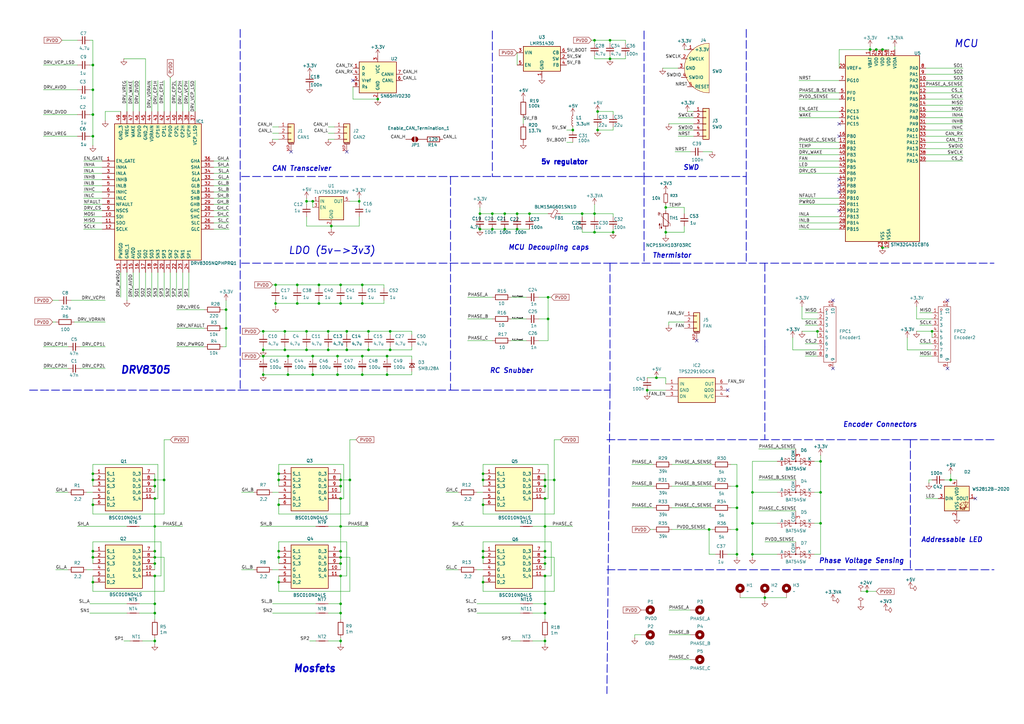
<source format=kicad_sch>
(kicad_sch (version 20250114) (generator "eeschema") (generator_version "9.0")
  (paper "A3")
  (title_block (comment 1 "Licensed under CERN-OHL-S v2.0\nSee LICENSE file for details.\nhttps://cern-ohl.web.cern.ch"))
  (text "SWD" (at 283.464 68.834 0) (effects (font (size 2 2) (thickness 0.375) (italic yes))))
  (text "DRV8305" (at 59.69 151.892 0) (effects (font (size 3 3) (thickness 0.625) (italic yes))))
  (text "MCU Decoupling caps\n" (at 225.044 101.6 0) (effects (font (size 2 2) (thickness 0.375) (italic yes))))
  (text "Mosfets\n" (at 129.032 274.32 0) (effects (font (size 3 3) (thickness 0.625) (italic yes))))
  (text "LDO (5v->3v3)" (at 136.144 102.87 0) (effects (font (size 3 3) (thickness 0.375) (italic yes))))
  (text "MCU\n" (at 396.24 18.034 0) (effects (font (size 3 3) (thickness 0.375) (italic yes))))
  (text "RC Snubber \n" (at 210.566 152.146 0) (effects (font (size 2 2) (thickness 0.375) (italic yes))))
  (text "Thermistor\n" (at 275.59 104.902 0) (effects (font (size 2 2) (thickness 0.375) (italic yes))))
  (text "Encoder Connectors \n" (at 361.696 174.244 0) (effects (font (size 2 2) (thickness 0.375) (italic yes))))
  (text "CAN Transceiver\n\n" (at 123.698 70.866 0) (effects (font (size 2 2) (thickness 0.375) (italic yes))))
  (text "Addressable LED\n" (at 390.398 221.488 0) (effects (font (size 2 2) (thickness 0.375) (italic yes))))
  (text " 5v regulator" (at 220.218 66.548 0) (effects (font (size 2.032 2.032) (thickness 0.625)) (justify left)))
  (text "Phase Voltage Sensing\n" (at 353.314 230.124 0) (effects (font (size 2 2) (thickness 0.375) (italic yes))))
  (junction (at 269.24 154.94))
  (junction (at 142.24 135.89))
  (junction (at 251.46 95.25))
  (junction (at 302.26 227.33))
  (junction (at 63.5 251.46))
  (junction (at 313.69 245.11))
  (junction (at 243.84 95.25))
  (junction (at 250.19 16.51))
  (junction (at 223.52 199.39))
  (junction (at 113.03 124.46))
  (junction (at 223.52 228.6))
  (junction (at 335.28 135.89))
  (junction (at 128.27 153.67))
  (junction (at 63.5 204.47))
  (junction (at 63.5 247.65))
  (junction (at 245.11 45.72))
  (junction (at 336.55 189.23))
  (junction (at 198.12 228.6))
  (junction (at 243.84 87.63))
  (junction (at 139.7 236.22))
  (junction (at 207.01 87.63))
  (junction (at 139.7 196.85))
  (junction (at 201.93 93.98))
  (junction (at 250.19 24.13))
  (junction (at 114.3 196.85))
  (junction (at 114.3 207.01))
  (junction (at 302.26 199.39))
  (junction (at 361.95 20.32))
  (junction (at 121.92 124.46))
  (junction (at 148.59 124.46))
  (junction (at 196.85 93.98))
  (junction (at 114.3 194.31))
  (junction (at 355.6 242.57))
  (junction (at 201.93 87.63))
  (junction (at 130.81 124.46))
  (junction (at 134.62 143.51))
  (junction (at 134.62 135.89))
  (junction (at 223.52 231.14))
  (junction (at 38.1 238.76))
  (junction (at 118.11 153.67))
  (junction (at 217.17 87.63))
  (junction (at 223.52 251.46))
  (junction (at 158.75 153.67))
  (junction (at 63.5 262.89))
  (junction (at 38.1 196.85))
  (junction (at 128.27 82.55))
  (junction (at 154.94 40.64))
  (junction (at 361.95 101.6))
  (junction (at 125.73 135.89))
  (junction (at 160.02 143.51))
  (junction (at 139.7 226.06))
  (junction (at 151.13 135.89))
  (junction (at 107.95 135.89))
  (junction (at 125.73 143.51))
  (junction (at 142.24 143.51))
  (junction (at 290.83 217.17))
  (junction (at 198.12 207.01))
  (junction (at 139.7 251.46))
  (junction (at 135.89 92.71))
  (junction (at 273.05 85.09))
  (junction (at 139.7 247.65))
  (junction (at 107.95 153.67))
  (junction (at 63.5 226.06))
  (junction (at 63.5 199.39))
  (junction (at 143.51 196.85))
  (junction (at 359.41 20.32))
  (junction (at 223.52 262.89))
  (junction (at 139.7 215.9))
  (junction (at 138.43 146.05))
  (junction (at 238.76 87.63))
  (junction (at 198.12 226.06))
  (junction (at 139.7 262.89))
  (junction (at 128.27 146.05))
  (junction (at 227.33 196.85))
  (junction (at 243.84 16.51))
  (junction (at 196.85 87.63))
  (junction (at 139.7 228.6))
  (junction (at 223.52 247.65))
  (junction (at 118.11 146.05))
  (junction (at 114.3 238.76))
  (junction (at 151.13 143.51))
  (junction (at 356.87 20.32))
  (junction (at 107.95 146.05))
  (junction (at 38.1 228.6))
  (junction (at 139.7 124.46))
  (junction (at 160.02 135.89))
  (junction (at 148.59 146.05))
  (junction (at 121.92 116.84))
  (junction (at 63.5 236.22))
  (junction (at 139.7 116.84))
  (junction (at 273.05 95.25))
  (junction (at 198.12 238.76))
  (junction (at 308.61 214.63))
  (junction (at 336.55 201.93))
  (junction (at 92.71 134.62))
  (junction (at 38.1 36.83))
  (junction (at 308.61 227.33))
  (junction (at 139.7 199.39))
  (junction (at 336.55 214.63))
  (junction (at 382.27 135.89))
  (junction (at 223.52 196.85))
  (junction (at 223.52 204.47))
  (junction (at 113.03 116.84))
  (junction (at 139.7 204.47))
  (junction (at 116.84 143.51))
  (junction (at 67.31 196.85))
  (junction (at 302.26 208.28))
  (junction (at 38.1 226.06))
  (junction (at 138.43 153.67))
  (junction (at 207.01 93.98))
  (junction (at 107.95 143.51))
  (junction (at 224.79 130.81))
  (junction (at 63.5 215.9))
  (junction (at 114.3 226.06))
  (junction (at 130.81 116.84))
  (junction (at 198.12 196.85))
  (junction (at 389.89 196.85))
  (junction (at 308.61 201.93))
  (junction (at 38.1 194.31))
  (junction (at 234.95 53.34))
  (junction (at 148.59 116.84))
  (junction (at 265.43 160.02))
  (junction (at 63.5 231.14))
  (junction (at 223.52 236.22))
  (junction (at 116.84 135.89))
  (junction (at 38.1 26.67))
  (junction (at 63.5 196.85))
  (junction (at 38.1 55.88))
  (junction (at 139.7 231.14))
  (junction (at 158.75 146.05))
  (junction (at 198.12 194.31))
  (junction (at 223.52 215.9))
  (junction (at 148.59 153.67))
  (junction (at 212.09 93.98))
  (junction (at 92.71 127))
  (junction (at 114.3 228.6))
  (junction (at 223.52 226.06))
  (junction (at 147.32 82.55))
  (junction (at 125.73 82.55))
  (junction (at 63.5 228.6))
  (junction (at 224.79 121.92))
  (junction (at 212.09 87.63))
  (junction (at 245.11 53.34))
  (junction (at 302.26 217.17))
  (junction (at 38.1 46.99))
  (junction (at 38.1 207.01))
  (no_connect (at 388.62 151.13))
  (no_connect (at 388.62 123.19))
  (no_connect (at 119.38 62.23))
  (no_connect (at 142.24 62.23))
  (no_connect (at 144.78 33.02))
  (no_connect (at 344.17 76.2))
  (no_connect (at 344.17 50.8))
  (no_connect (at 298.45 160.02))
  (no_connect (at 400.05 204.47))
  (no_connect (at 344.17 86.36))
  (no_connect (at 344.17 73.66))
  (no_connect (at 341.63 151.13))
  (no_connect (at 285.75 139.7))
  (no_connect (at 344.17 78.74))
  (no_connect (at 341.63 123.19))
  (no_connect (at 344.17 55.88))
  (wire (pts (xy 151.13 135.89) (xy 151.13 137.16)))
  (wire (pts (xy 31.75 215.9) (xy 52.0744 215.9)))
  (wire (pts (xy 146.05 180.34) (xy 143.51 180.34)))
  (wire (pts (xy 218.44 251.46) (xy 223.52 251.46)))
  (wire (pts (xy 38.1 238.76) (xy 38.1 242.57)))
  (wire (pts (xy 72.39 111.76) (xy 72.39 121.92)))
  (wire (pts (xy 302.26 217.17) (xy 302.26 208.28)))
  (wire (pts (xy 142.24 222.25) (xy 114.3 222.25)))
  (wire (pts (xy 212.09 93.98) (xy 217.17 93.98)))
  (wire (pts (xy 57.1544 215.9) (xy 63.5 215.9)))
  (wire (pts (xy 214.63 48.26) (xy 214.63 50.8)))
  (wire (pts (xy 134.62 262.89) (xy 139.7 262.89)))
  (wire (pts (xy 377.19 128.27) (xy 382.27 128.27)))
  (wire (pts (xy 36.83 247.65) (xy 52.07 247.65)))
  (wire (pts (xy 106.68 215.9) (xy 129.5444 215.9)))
  (wire (pts (xy 313.69 222.25) (xy 326.39 222.25)))
  (wire (pts (xy 134.62 143.51) (xy 142.24 143.51)))
  (wire (pts (xy 308.61 201.93) (xy 308.61 189.23)))
  (wire (pts (xy 111.76 116.84) (xy 113.03 116.84)))
  (wire (pts (xy 139.7 194.31) (xy 139.7 196.85)))
  (wire (pts (xy 377.19 133.35) (xy 382.27 133.35)))
  (wire (pts (xy 138.43 146.05) (xy 138.43 147.32)))
  (wire (pts (xy 22.86 201.93) (xy 27.94 201.93)))
  (wire (pts (xy 278.13 55.88) (xy 284.48 55.88)))
  (wire (pts (xy 36.83 251.46) (xy 52.07 251.46)))
  (wire (pts (xy 355.6 242.57) (xy 359.41 242.57)))
  (wire (pts (xy 114.3 222.25) (xy 114.3 226.06)))
  (wire (pts (xy 148.59 152.4) (xy 148.59 153.67)))
  (wire (pts (xy 262.89 260.35) (xy 260.35 260.35)))
  (wire (pts (xy 330.2 128.27) (xy 335.28 128.27)))
  (wire (pts (xy 308.61 227.33) (xy 308.61 228.6)))
  (wire (pts (xy 38.1 46.99) (xy 38.1 55.88)))
  (wire (pts (xy 72.39 134.62) (xy 83.82 134.62)))
  (wire (pts (xy 139.7 196.85) (xy 139.7 199.39)))
  (wire (pts (xy 379.73 66.04) (xy 394.97 66.04)))
  (wire (pts (xy 63.5 215.9) (xy 63.5 226.06)))
  (wire (pts (xy 209.55 139.7) (xy 215.9 139.7)))
  (wire (pts (xy 290.83 217.17) (xy 292.1 217.17)))
  (wire (pts (xy 138.43 153.67) (xy 128.27 153.67)))
  (wire (pts (xy 77.47 33.02) (xy 77.47 45.72)))
  (wire (pts (xy 160.02 135.89) (xy 160.02 137.16)))
  (wire (pts (xy 144.78 35.56) (xy 144.78 40.64)))
  (wire (pts (xy 151.13 143.51) (xy 160.02 143.51)))
  (wire (pts (xy 209.55 130.81) (xy 215.9 130.81)))
  (wire (pts (xy 245.11 52.07) (xy 245.11 53.34)))
  (wire (pts (xy 353.06 242.57) (xy 355.6 242.57)))
  (wire (pts (xy 274.32 132.08) (xy 274.32 133.35)))
  (wire (pts (xy 125.73 135.89) (xy 125.73 137.16)))
  (wire (pts (xy 201.93 87.63) (xy 207.01 87.63)))
  (wire (pts (xy 139.7 199.39) (xy 139.7 201.93)))
  (wire (pts (xy 143.51 180.34) (xy 143.51 196.85)))
  (wire (pts (xy 139.7 204.47) (xy 140.97 204.47)))
  (wire (pts (xy 63.5 204.47) (xy 64.77 204.47)))
  (wire (pts (xy 116.84 135.89) (xy 125.73 135.89)))
  (wire (pts (xy 63.5 231.14) (xy 63.5 233.68)))
  (wire (pts (xy 302.26 227.33) (xy 302.26 217.17)))
  (wire (pts (xy 64.77 33.02) (xy 64.77 45.72)))
  (wire (pts (xy 275.59 199.39) (xy 292.1 199.39)))
  (wire (pts (xy 118.11 152.4) (xy 118.11 153.67)))
  (wire (pts (xy 38.1 204.47) (xy 38.1 207.01)))
  (wire (pts (xy 292.1 62.23) (xy 288.29 62.23)))
  (wire (pts (xy 278.13 53.34) (xy 284.48 53.34)))
  (wire (pts (xy 299.72 199.39) (xy 302.26 199.39)))
  (wire (pts (xy 91.44 142.24) (xy 92.71 142.24)))
  (wire (pts (xy 330.2 133.35) (xy 335.28 133.35)))
  (wire (pts (xy 311.15 184.15) (xy 326.39 184.15)))
  (wire (pts (xy 138.43 152.4) (xy 138.43 153.67)))
  (wire (pts (xy 372.11 143.51) (xy 382.27 143.51)))
  (wire (pts (xy 334.01 214.63) (xy 336.55 214.63)))
  (wire (pts (xy 223.52 236.22) (xy 223.52 247.65)))
  (wire (pts (xy 34.29 66.04) (xy 41.91 66.04)))
  (wire (pts (xy 325.12 138.43) (xy 325.12 143.51)))
  (wire (pts (xy 107.95 137.16) (xy 107.95 135.89)))
  (wire (pts (xy 336.55 214.63) (xy 336.55 201.93)))
  (wire (pts (xy 21.59 132.08) (xy 22.86 132.08)))
  (wire (pts (xy 182.88 233.68) (xy 187.96 233.68)))
  (wire (pts (xy 195.58 233.68) (xy 198.12 233.68)))
  (wire (pts (xy 148.59 124.46) (xy 157.48 124.46)))
  (wire (pts (xy 223.52 251.46) (xy 223.52 254)))
  (wire (pts (xy 139.7 204.47) (xy 139.7 215.9)))
  (wire (pts (xy 227.33 180.34) (xy 227.33 196.85)))
  (wire (pts (xy 308.61 189.23) (xy 318.77 189.23)))
  (wire (pts (xy 201.93 93.98) (xy 207.01 93.98)))
  (wire (pts (xy 379.73 53.34) (xy 394.97 53.34)))
  (wire (pts (xy 111.76 52.07) (xy 114.3 52.07)))
  (wire (pts (xy 223.52 204.47) (xy 224.79 204.47)))
  (polyline (pts (xy 99.06 107.95) (xy 250.19 107.95)) (stroke (width 0.3) (type dash)))
  (wire (pts (xy 198.12 222.25) (xy 198.12 226.06)))
  (wire (pts (xy 223.52 262.89) (xy 223.52 264.16)))
  (wire (pts (xy 34.29 86.36) (xy 41.91 86.36)))
  (wire (pts (xy 106.68 135.89) (xy 107.95 135.89)))
  (wire (pts (xy 379.73 45.72) (xy 394.97 45.72)))
  (wire (pts (xy 302.26 190.5) (xy 299.72 190.5)))
  (polyline (pts (xy 98.523 12.0658) (xy 98.523 160.02)) (stroke (width 0.3) (type dash)))
  (wire (pts (xy 359.41 20.32) (xy 361.95 20.32)))
  (wire (pts (xy 226.06 222.25) (xy 198.12 222.25)))
  (wire (pts (xy 74.93 33.02) (xy 74.93 45.72)))
  (wire (pts (xy 265.43 154.94) (xy 269.24 154.94)))
  (wire (pts (xy 379.73 58.42) (xy 394.97 58.42)))
  (wire (pts (xy 196.85 85.09) (xy 196.85 87.63)))
  (wire (pts (xy 229.87 180.34) (xy 227.33 180.34)))
  (wire (pts (xy 273.05 83.82) (xy 273.05 85.09)))
  (wire (pts (xy 34.29 73.66) (xy 41.91 73.66)))
  (wire (pts (xy 63.5 228.6) (xy 63.5 231.14)))
  (wire (pts (xy 30.48 132.08) (xy 43.18 132.08)))
  (wire (pts (xy 218.4444 215.9) (xy 223.52 215.9)))
  (polyline (pts (xy 370.84 233.68) (xy 407.67 233.68)) (stroke (width 0.3) (type dash)))
  (wire (pts (xy 33.02 151.13) (xy 43.18 151.13)))
  (wire (pts (xy 224.79 130.81) (xy 220.98 130.81)))
  (wire (pts (xy 151.13 142.24) (xy 151.13 143.51)))
  (wire (pts (xy 196.85 88.9) (xy 196.85 87.63)))
  (wire (pts (xy 87.63 83.82) (xy 93.98 83.82)))
  (wire (pts (xy 328.93 130.81) (xy 335.28 130.81)))
  (wire (pts (xy 227.33 228.6) (xy 223.52 228.6)))
  (wire (pts (xy 330.2 140.97) (xy 335.28 140.97)))
  (wire (pts (xy 223.52 236.22) (xy 226.06 236.22)))
  (wire (pts (xy 134.62 251.46) (xy 139.7 251.46)))
  (wire (pts (xy 121.92 123.19) (xy 121.92 124.46)))
  (wire (pts (xy 379.73 27.94) (xy 394.97 27.94)))
  (wire (pts (xy 54.61 111.76) (xy 54.61 121.92)))
  (wire (pts (xy 21.59 123.19) (xy 24.13 123.19)))
  (wire (pts (xy 59.69 24.13) (xy 59.69 45.72)))
  (wire (pts (xy 327.66 45.72) (xy 344.17 45.72)))
  (wire (pts (xy 36.83 16.51) (xy 38.1 16.51)))
  (wire (pts (xy 25.4 16.51) (xy 31.75 16.51)))
  (wire (pts (xy 274.32 260.35) (xy 283.21 260.35)))
  (wire (pts (xy 34.29 76.2) (xy 41.91 76.2)))
  (polyline (pts (xy 98.523 160.02) (xy 184.785 160.02)) (stroke (width 0.3) (type dash)))
  (wire (pts (xy 290.83 227.33) (xy 293.37 227.33)))
  (wire (pts (xy 87.63 76.2) (xy 93.98 76.2)))
  (wire (pts (xy 218.44 262.89) (xy 223.52 262.89)))
  (wire (pts (xy 139.7 236.22) (xy 142.24 236.22)))
  (wire (pts (xy 63.5 262.89) (xy 63.5 264.16)))
  (wire (pts (xy 242.57 16.51) (xy 243.84 16.51)))
  (wire (pts (xy 87.63 78.74) (xy 93.98 78.74)))
  (wire (pts (xy 139.7 226.06) (xy 139.7 228.6)))
  (wire (pts (xy 139.7 116.84) (xy 139.7 118.11)))
  (wire (pts (xy 63.5 226.06) (xy 63.5 228.6)))
  (wire (pts (xy 274.32 270.51) (xy 283.21 270.51)))
  (wire (pts (xy 38.1 210.82) (xy 67.31 210.82)))
  (wire (pts (xy 147.32 82.55) (xy 143.51 82.55)))
  (wire (pts (xy 38.1 242.57) (xy 67.31 242.57)))
  (wire (pts (xy 251.46 52.07) (xy 251.46 53.34)))
  (polyline (pts (xy 306.0766 12.0572) (xy 306.07 72.39)) (stroke (width 0.3) (type dash)))
  (wire (pts (xy 114.3 210.82) (xy 143.51 210.82)))
  (wire (pts (xy 87.63 66.04) (xy 93.98 66.04)))
  (wire (pts (xy 72.39 127) (xy 83.82 127)))
  (wire (pts (xy 111.76 247.65) (xy 129.54 247.65)))
  (wire (pts (xy 336.55 189.23) (xy 336.55 201.93)))
  (wire (pts (xy 198.12 194.31) (xy 198.12 196.85)))
  (wire (pts (xy 140.97 190.5) (xy 114.3 190.5)))
  (wire (pts (xy 130.81 124.46) (xy 139.7 124.46)))
  (wire (pts (xy 107.95 146.05) (xy 107.95 147.32)))
  (wire (pts (xy 327.66 91.44) (xy 344.17 91.44)))
  (wire (pts (xy 63.5 261.62) (xy 63.5 262.89)))
  (polyline (pts (xy 99.06 72.39) (xy 201.93 72.39)) (stroke (width 0.3) (type dash)))
  (wire (pts (xy 157.48 123.19) (xy 157.48 124.46)))
  (wire (pts (xy 50.8 262.89) (xy 53.34 262.89)))
  (wire (pts (xy 311.15 196.85) (xy 326.39 196.85)))
  (wire (pts (xy 118.11 146.05) (xy 118.11 147.32)))
  (polyline (pts (xy 275.59 107.95) (xy 407.67 107.95)) (stroke (width 0.3) (type dash)))
  (wire (pts (xy 134.62 135.89) (xy 134.62 137.16)))
  (wire (pts (xy 36.83 55.88) (xy 38.1 55.88)))
  (wire (pts (xy 43.18 45.72) (xy 49.53 45.72)))
  (wire (pts (xy 34.29 71.12) (xy 41.91 71.12)))
  (wire (pts (xy 158.75 152.4) (xy 158.75 153.67)))
  (wire (pts (xy 92.71 123.19) (xy 92.71 127)))
  (wire (pts (xy 43.18 49.53) (xy 43.18 45.72)))
  (wire (pts (xy 290.83 217.17) (xy 290.83 227.33)))
  (wire (pts (xy 67.31 180.34) (xy 67.31 196.85)))
  (wire (pts (xy 223.52 228.6) (xy 223.52 231.14)))
  (wire (pts (xy 87.63 91.44) (xy 93.98 91.44)))
  (wire (pts (xy 245.11 45.72) (xy 245.11 46.99)))
  (wire (pts (xy 134.62 57.15) (xy 137.16 57.15)))
  (wire (pts (xy 198.12 210.82) (xy 227.33 210.82)))
  (wire (pts (xy 299.72 208.28) (xy 302.26 208.28)))
  (wire (pts (xy 118.11 153.67) (xy 107.95 153.67)))
  (wire (pts (xy 273.05 85.09) (xy 280.67 85.09)))
  (wire (pts (xy 57.15 111.76) (xy 57.15 121.92)))
  (wire (pts (xy 111.76 54.61) (xy 114.3 54.61)))
  (wire (pts (xy 243.84 88.9) (xy 243.84 87.63)))
  (wire (pts (xy 243.84 16.51) (xy 250.19 16.51)))
  (wire (pts (xy 143.51 210.82) (xy 143.51 196.85)))
  (polyline (pts (xy 373.38 180.34) (xy 373.38 233.68)) (stroke (width 0.3) (type dash)))
  (wire (pts (xy 67.31 33.02) (xy 67.31 45.72)))
  (polyline (pts (xy 201.93 12.7) (xy 201.93 72.39)) (stroke (width 0.3) (type dash)))
  (wire (pts (xy 207.01 87.63) (xy 212.09 87.63)))
  (wire (pts (xy 151.13 135.89) (xy 160.02 135.89)))
  (wire (pts (xy 313.69 245.11) (xy 322.58 245.11)))
  (wire (pts (xy 375.92 130.81) (xy 382.27 130.81)))
  (wire (pts (xy 168.91 147.32) (xy 168.91 146.05)))
  (wire (pts (xy 278.13 48.26) (xy 284.48 48.26)))
  (wire (pts (xy 114.3 204.47) (xy 114.3 207.01)))
  (wire (pts (xy 143.51 242.57) (xy 143.51 228.6)))
  (wire (pts (xy 160.02 135.89) (xy 168.91 135.89)))
  (wire (pts (xy 38.1 26.67) (xy 38.1 36.83)))
  (wire (pts (xy 327.66 38.1) (xy 344.17 38.1)))
  (wire (pts (xy 325.12 143.51) (xy 335.28 143.51)))
  (wire (pts (xy 224.79 121.92) (xy 220.98 121.92)))
  (wire (pts (xy 139.7 236.22) (xy 139.7 247.65)))
  (wire (pts (xy 106.68 146.05) (xy 107.95 146.05)))
  (wire (pts (xy 299.72 217.17) (xy 302.26 217.17)))
  (wire (pts (xy 243.84 16.51) (xy 243.84 17.78)))
  (wire (pts (xy 298.45 227.33) (xy 302.26 227.33)))
  (wire (pts (xy 271.78 27.94) (xy 278.13 27.94)))
  (wire (pts (xy 130.81 123.19) (xy 130.81 124.46)))
  (wire (pts (xy 121.92 116.84) (xy 121.92 118.11)))
  (wire (pts (xy 223.52 196.85) (xy 223.52 199.39)))
  (wire (pts (xy 63.5 196.85) (xy 63.5 199.39)))
  (wire (pts (xy 125.73 83.82) (xy 125.73 82.55)))
  (wire (pts (xy 134.62 247.65) (xy 139.7 247.65)))
  (wire (pts (xy 223.52 261.62) (xy 223.52 262.89)))
  (wire (pts (xy 114.3 242.57) (xy 143.51 242.57)))
  (wire (pts (xy 311.15 209.55) (xy 326.39 209.55)))
  (polyline (pts (xy 184.785 107.95) (xy 184.785 160.02)) (stroke (width 0.3) (type dash)))
  (wire (pts (xy 227.33 242.57) (xy 227.33 228.6)))
  (wire (pts (xy 140.97 204.47) (xy 140.97 190.5)))
  (wire (pts (xy 196.85 87.63) (xy 201.93 87.63)))
  (wire (pts (xy 379.73 33.02) (xy 394.97 33.02)))
  (wire (pts (xy 379.73 60.96) (xy 394.97 60.96)))
  (wire (pts (xy 212.09 87.63) (xy 217.17 87.63)))
  (polyline (pts (xy 201.93 72.39) (xy 264.16 72.39)) (stroke (width 0.3) (type dash)))
  (wire (pts (xy 158.75 153.67) (xy 168.91 153.67)))
  (polyline (pts (xy 264.16 39.37) (xy 264.16 72.39)) (stroke (width 0.3) (type dash)))
  (wire (pts (xy 218.44 247.65) (xy 223.52 247.65)))
  (wire (pts (xy 34.29 83.82) (xy 41.91 83.82)))
  (wire (pts (xy 217.17 87.63) (xy 224.79 87.63)))
  (wire (pts (xy 327.66 93.98) (xy 344.17 93.98)))
  (wire (pts (xy 379.73 50.8) (xy 394.97 50.8)))
  (wire (pts (xy 134.62 135.89) (xy 142.24 135.89)))
  (wire (pts (xy 107.95 146.05) (xy 118.11 146.05)))
  (wire (pts (xy 67.31 196.85) (xy 63.5 196.85)))
  (wire (pts (xy 259.08 199.39) (xy 267.97 199.39)))
  (wire (pts (xy 148.59 123.19) (xy 148.59 124.46)))
  (wire (pts (xy 116.84 143.51) (xy 125.73 143.51)))
  (wire (pts (xy 38.1 55.88) (xy 38.1 59.69)))
  (wire (pts (xy 63.5 247.65) (xy 63.5 251.46)))
  (wire (pts (xy 17.78 26.67) (xy 31.75 26.67)))
  (wire (pts (xy 116.84 142.24) (xy 116.84 143.51)))
  (polyline (pts (xy 264.16 72.39) (xy 264.16 107.95)) (stroke (width 0.3) (type dash)))
  (wire (pts (xy 33.02 142.24) (xy 43.18 142.24)))
  (wire (pts (xy 38.1 196.85) (xy 38.1 199.39)))
  (wire (pts (xy 226.06 236.22) (xy 226.06 222.25)))
  (wire (pts (xy 91.44 134.62) (xy 92.71 134.62)))
  (wire (pts (xy 38.1 228.6) (xy 38.1 231.14)))
  (wire (pts (xy 275.59 190.5) (xy 292.1 190.5)))
  (wire (pts (xy 308.61 227.33) (xy 318.77 227.33)))
  (polyline (pts (xy 184.785 160.02) (xy 250.19 160.02)) (stroke (width 0.3) (type dash)))
  (wire (pts (xy 38.1 226.06) (xy 38.1 228.6)))
  (wire (pts (xy 17.78 46.99) (xy 31.75 46.99)))
  (wire (pts (xy 308.61 214.63) (xy 308.61 227.33)))
  (wire (pts (xy 232.41 58.42) (xy 234.95 58.42)))
  (wire (pts (xy 63.5 251.46) (xy 63.5 254)))
  (wire (pts (xy 379.73 204.47) (xy 384.81 204.47)))
  (wire (pts (xy 63.5 199.39) (xy 63.5 201.93)))
  (wire (pts (xy 134.62 52.07) (xy 137.16 52.07)))
  (wire (pts (xy 111.76 201.93) (xy 114.3 201.93)))
  (polyline (pts (xy 313.69 142.24) (xy 313.69 180.34)) (stroke (width 0.3) (type dash)))
  (wire (pts (xy 125.73 143.51) (xy 134.62 143.51)))
  (wire (pts (xy 223.52 204.47) (xy 223.52 215.9)))
  (wire (pts (xy 196.85 93.98) (xy 201.93 93.98)))
  (wire (pts (xy 125.73 92.71) (xy 135.89 92.71)))
  (wire (pts (xy 344.17 20.32) (xy 356.87 20.32)))
  (wire (pts (xy 125.73 81.28) (xy 125.73 82.55)))
  (wire (pts (xy 269.24 154.94) (xy 273.05 154.94)))
  (wire (pts (xy 125.73 142.24) (xy 125.73 143.51)))
  (wire (pts (xy 223.52 199.39) (xy 223.52 201.93)))
  (wire (pts (xy 66.04 222.25) (xy 38.1 222.25)))
  (wire (pts (xy 327.66 33.02) (xy 344.17 33.02)))
  (wire (pts (xy 116.84 135.89) (xy 116.84 137.16)))
  (polyline (pts (xy 184.785 72.39) (xy 184.785 107.95)) (stroke (width 0.3) (type dash)))
  (wire (pts (xy 195.58 251.46) (xy 213.36 251.46)))
  (wire (pts (xy 34.29 88.9) (xy 41.91 88.9)))
  (wire (pts (xy 327.66 83.82) (xy 344.17 83.82)))
  (wire (pts (xy 327.66 88.9) (xy 344.17 88.9)))
  (wire (pts (xy 157.48 116.84) (xy 157.48 118.11)))
  (wire (pts (xy 59.69 24.13) (xy 50.8 24.13)))
  (wire (pts (xy 135.89 92.71) (xy 135.89 93.98)))
  (wire (pts (xy 113.03 123.19) (xy 113.03 124.46)))
  (wire (pts (xy 238.76 95.25) (xy 243.84 95.25)))
  (wire (pts (xy 243.84 93.98) (xy 243.84 95.25)))
  (wire (pts (xy 139.7 215.9) (xy 139.7 226.06)))
  (wire (pts (xy 207.01 88.9) (xy 207.01 87.63)))
  (wire (pts (xy 121.92 116.84) (xy 130.81 116.84)))
  (wire (pts (xy 198.12 207.01) (xy 198.12 210.82)))
  (wire (pts (xy 168.91 142.24) (xy 168.91 143.51)))
  (wire (pts (xy 379.73 63.5) (xy 394.97 63.5)))
  (wire (pts (xy 201.93 88.9) (xy 201.93 87.63)))
  (wire (pts (xy 107.95 135.89) (xy 116.84 135.89)))
  (wire (pts (xy 367.03 19.05) (xy 367.03 20.32)))
  (polyline (pts (xy 248.92 180.34) (xy 373.38 180.34)) (stroke (width 0.3) (type dash)))
  (wire (pts (xy 111.76 251.46) (xy 129.54 251.46)))
  (wire (pts (xy 64.77 204.47) (xy 64.77 190.5)))
  (wire (pts (xy 87.63 81.28) (xy 93.98 81.28)))
  (wire (pts (xy 17.78 142.24) (xy 27.94 142.24)))
  (wire (pts (xy 379.73 30.48) (xy 394.97 30.48)))
  (wire (pts (xy 114.3 190.5) (xy 114.3 194.31)))
  (wire (pts (xy 280.67 20.32) (xy 281.94 20.32)))
  (wire (pts (xy 29.21 123.19) (xy 43.18 123.19)))
  (wire (pts (xy 160.02 143.51) (xy 168.91 143.51)))
  (wire (pts (xy 238.76 88.9) (xy 238.76 87.63)))
  (wire (pts (xy 185.42 215.9) (xy 213.3644 215.9)))
  (wire (pts (xy 54.61 33.02) (xy 54.61 45.72)))
  (wire (pts (xy 308.61 201.93) (xy 318.77 201.93)))
  (polyline (pts (xy 264.16 12.7) (xy 264.16 39.37)) (stroke (width 0.3) (type dash)))
  (wire (pts (xy 107.95 143.51) (xy 116.84 143.51)))
  (wire (pts (xy 128.27 146.05) (xy 138.43 146.05)))
  (wire (pts (xy 334.01 201.93) (xy 336.55 201.93)))
  (wire (pts (xy 148.59 153.67) (xy 138.43 153.67)))
  (wire (pts (xy 87.63 68.58) (xy 93.98 68.58)))
  (wire (pts (xy 17.78 151.13) (xy 27.94 151.13)))
  (wire (pts (xy 130.81 116.84) (xy 130.81 118.11)))
  (wire (pts (xy 198.12 236.22) (xy 198.12 238.76)))
  (wire (pts (xy 121.92 124.46) (xy 130.81 124.46)))
  (wire (pts (xy 224.79 190.5) (xy 198.12 190.5)))
  (wire (pts (xy 99.06 233.68) (xy 104.14 233.68)))
  (wire (pts (xy 379.73 38.1) (xy 394.97 38.1)))
  (wire (pts (xy 74.93 111.76) (xy 74.93 121.92)))
  (wire (pts (xy 327.66 60.96) (xy 344.17 60.96)))
  (wire (pts (xy 182.88 201.93) (xy 187.96 201.93)))
  (wire (pts (xy 36.83 26.67) (xy 38.1 26.67)))
  (wire (pts (xy 223.52 194.31) (xy 223.52 196.85)))
  (wire (pts (xy 135.89 92.71) (xy 147.32 92.71)))
  (wire (pts (xy 22.86 233.68) (xy 27.94 233.68)))
  (wire (pts (xy 139.7 228.6) (xy 139.7 231.14)))
  (wire (pts (xy 251.46 45.72) (xy 251.46 46.99)))
  (wire (pts (xy 266.7 217.17) (xy 267.97 217.17)))
  (wire (pts (xy 302.26 228.6) (xy 302.26 227.33)))
  (wire (pts (xy 356.87 19.05) (xy 356.87 20.32)))
  (wire (pts (xy 114.3 194.31) (xy 114.3 196.85)))
  (wire (pts (xy 265.43 160.02) (xy 273.05 160.02)))
  (wire (pts (xy 238.76 93.98) (xy 238.76 95.25)))
  (wire (pts (xy 198.12 226.06) (xy 198.12 228.6)))
  (wire (pts (xy 62.23 111.76) (xy 62.23 121.92)))
  (wire (pts (xy 64.77 190.5) (xy 38.1 190.5)))
  (wire (pts (xy 243.84 95.25) (xy 251.46 95.25)))
  (wire (pts (xy 142.24 142.24) (xy 142.24 143.51)))
  (wire (pts (xy 229.87 87.63) (xy 238.76 87.63)))
  (wire (pts (xy 303.53 245.11) (xy 313.69 245.11)))
  (wire (pts (xy 273.05 157.48) (xy 273.05 154.94)))
  (wire (pts (xy 125.73 88.9) (xy 125.73 92.71)))
  (wire (pts (xy 113.03 124.46) (xy 113.03 125.73)))
  (wire (pts (xy 143.51 228.6) (xy 139.7 228.6)))
  (wire (pts (xy 191.77 121.92) (xy 201.93 121.92)))
  (wire (pts (xy 382.27 138.43) (xy 382.27 135.89)))
  (wire (pts (xy 147.32 88.9) (xy 147.32 92.71)))
  (wire (pts (xy 379.73 40.64) (xy 394.97 40.64)))
  (wire (pts (xy 198.12 238.76) (xy 198.12 242.57)))
  (wire (pts (xy 379.73 55.88) (xy 394.97 55.88)))
  (wire (pts (xy 280.67 85.09) (xy 280.67 87.63)))
  (polyline (pts (xy 12.1278 160.02) (xy 98.523 160.02)) (stroke (width 0.3) (type dash)))
  (wire (pts (xy 92.71 134.62) (xy 92.71 142.24)))
  (wire (pts (xy 134.6244 215.9) (xy 139.7 215.9)))
  (wire (pts (xy 62.23 33.02) (xy 62.23 45.72)))
  (wire (pts (xy 328.93 125.73) (xy 328.93 130.81)))
  (wire (pts (xy 139.7 262.89) (xy 139.7 264.16)))
  (wire (pts (xy 207.01 93.98) (xy 212.09 93.98)))
  (wire (pts (xy 273.05 93.98) (xy 273.05 95.25)))
  (wire (pts (xy 63.5 194.31) (xy 63.5 196.85)))
  (wire (pts (xy 35.56 233.68) (xy 38.1 233.68)))
  (wire (pts (xy 107.95 142.24) (xy 107.95 143.51)))
  (wire (pts (xy 158.75 153.67) (xy 148.59 153.67)))
  (wire (pts (xy 273.05 85.09) (xy 273.05 86.36)))
  (wire (pts (xy 92.71 127) (xy 92.71 134.62)))
  (wire (pts (xy 217.17 88.9) (xy 217.17 87.63)))
  (wire (pts (xy 327.66 71.12) (xy 344.17 71.12)))
  (wire (pts (xy 302.26 208.28) (xy 302.26 199.39)))
  (wire (pts (xy 224.79 121.92) (xy 226.06 121.92)))
  (wire (pts (xy 334.01 189.23) (xy 336.55 189.23)))
  (wire (pts (xy 223.52 231.14) (xy 223.52 233.68)))
  (wire (pts (xy 212.09 88.9) (xy 212.09 87.63)))
  (wire (pts (xy 361.95 101.6) (xy 364.49 101.6)))
  (wire (pts (xy 63.5 215.9) (xy 74.93 215.9)))
  (wire (pts (xy 224.79 204.47) (xy 224.79 190.5)))
  (wire (pts (xy 134.62 142.24) (xy 134.62 143.51)))
  (wire (pts (xy 35.56 201.93) (xy 38.1 201.93)))
  (wire (pts (xy 212.09 21.59) (xy 212.09 26.67)))
  (wire (pts (xy 69.85 31.75) (xy 69.85 45.72)))
  (wire (pts (xy 52.07 33.02) (xy 52.07 45.72)))
  (wire (pts (xy 223.52 215.9) (xy 223.52 226.06)))
  (wire (pts (xy 69.85 111.76) (xy 69.85 121.92)))
  (wire (pts (xy 142.24 135.89) (xy 142.24 137.16)))
  (wire (pts (xy 238.76 87.63) (xy 243.84 87.63)))
  (wire (pts (xy 223.52 226.06) (xy 223.52 228.6)))
  (wire (pts (xy 379.73 48.26) (xy 394.97 48.26)))
  (wire (pts (xy 379.73 43.18) (xy 394.97 43.18)))
  (wire (pts (xy 251.46 88.9) (xy 251.46 87.63)))
  (wire (pts (xy 209.55 262.89) (xy 213.36 262.89)))
  (wire (pts (xy 308.61 201.93) (xy 308.61 214.63)))
  (wire (pts (xy 198.12 190.5) (xy 198.12 194.31)))
  (wire (pts (xy 111.76 233.68) (xy 114.3 233.68)))
  (wire (pts (xy 243.84 87.63) (xy 251.46 87.63)))
  (wire (pts (xy 67.31 111.76) (xy 67.31 121.92)))
  (wire (pts (xy 34.29 91.44) (xy 41.91 91.44)))
  (wire (pts (xy 99.06 201.93) (xy 104.14 201.93)))
  (wire (pts (xy 375.92 135.89) (xy 382.27 135.89)))
  (wire (pts (xy 138.43 146.05) (xy 148.59 146.05)))
  (wire (pts (xy 142.24 236.22) (xy 142.24 222.25)))
  (wire (pts (xy 158.75 146.05) (xy 158.75 147.32)))
  (wire (pts (xy 17.78 36.83) (xy 31.75 36.83)))
  (wire (pts (xy 63.5 236.22) (xy 63.5 247.65)))
  (wire (pts (xy 195.58 247.65) (xy 213.36 247.65)))
  (wire (pts (xy 344.17 27.94) (xy 344.17 20.32)))
  (wire (pts (xy 144.78 40.64) (xy 154.94 40.64)))
  (wire (pts (xy 67.31 242.57) (xy 67.31 228.6)))
  (wire (pts (xy 118.11 146.05) (xy 128.27 146.05)))
  (wire (pts (xy 327.66 48.26) (xy 344.17 48.26)))
  (wire (pts (xy 128.27 153.67) (xy 118.11 153.67)))
  (wire (pts (xy 327.66 40.64) (xy 344.17 40.64)))
  (wire (pts (xy 139.7 123.19) (xy 139.7 124.46)))
  (wire (pts (xy 336.55 186.69) (xy 336.55 189.23)))
  (wire (pts (xy 327.66 68.58) (xy 344.17 68.58)))
  (wire (pts (xy 114.3 238.76) (xy 114.3 242.57)))
  (wire (pts (xy 259.08 208.28) (xy 267.97 208.28)))
  (wire (pts (xy 198.12 204.47) (xy 198.12 207.01)))
  (wire (pts (xy 114.3 226.06) (xy 114.3 228.6)))
  (wire (pts (xy 281.94 45.72) (xy 284.48 45.72)))
  (wire (pts (xy 17.78 55.88) (xy 31.75 55.88)))
  (wire (pts (xy 198.12 242.57) (xy 227.33 242.57)))
  (wire (pts (xy 38.1 236.22) (xy 38.1 238.76)))
  (wire (pts (xy 59.69 111.76) (xy 59.69 121.92)))
  (wire (pts (xy 67.31 228.6) (xy 63.5 228.6)))
  (wire (pts (xy 256.54 16.51) (xy 256.54 17.78)))
  (wire (pts (xy 147.32 81.28) (xy 147.32 82.55)))
  (wire (pts (xy 377.19 140.97) (xy 382.27 140.97)))
  (wire (pts (xy 114.3 196.85) (xy 114.3 199.39)))
  (wire (pts (xy 64.77 111.76) (xy 64.77 121.92)))
  (wire (pts (xy 327.66 66.04) (xy 344.17 66.04)))
  (wire (pts (xy 114.3 207.01) (xy 114.3 210.82)))
  (wire (pts (xy 36.83 36.83) (xy 38.1 36.83)))
  (wire (pts (xy 327.66 81.28) (xy 344.17 81.28)))
  (wire (pts (xy 130.81 116.84) (xy 139.7 116.84)))
  (wire (pts (xy 227.33 196.85) (xy 223.52 196.85)))
  (wire (pts (xy 209.55 121.92) (xy 215.9 121.92)))
  (wire (pts (xy 223.52 215.9) (xy 234.95 215.9)))
  (wire (pts (xy 113.03 116.84) (xy 121.92 116.84)))
  (wire (pts (xy 265.43 160.02) (xy 265.43 161.29)))
  (wire (pts (xy 38.1 207.01) (xy 38.1 210.82)))
  (wire (pts (xy 142.24 143.51) (xy 151.13 143.51)))
  (wire (pts (xy 245.11 53.34) (xy 251.46 53.34)))
  (wire (pts (xy 139.7 215.9) (xy 151.13 215.9)))
  (wire (pts (xy 34.29 81.28) (xy 41.91 81.28)))
  (wire (pts (xy 87.63 93.98) (xy 93.98 93.98)))
  (wire (pts (xy 280.67 132.08) (xy 274.32 132.08)))
  (wire (pts (xy 224.79 130.81) (xy 224.79 139.7)))
  (wire (pts (xy 243.84 22.86) (xy 243.84 24.13)))
  (wire (pts (xy 256.54 22.86) (xy 256.54 24.13)))
  (wire (pts (xy 361.95 20.32) (xy 364.49 20.32)))
  (wire (pts (xy 330.2 146.05) (xy 335.28 146.05)))
  (polyline (pts (xy 250.19 160.02) (xy 248.92 284.48)) (stroke (width 0.3) (type dash)))
  (wire (pts (xy 260.35 260.35) (xy 260.35 261.62)))
  (wire (pts (xy 280.67 92.71) (xy 280.67 95.25)))
  (wire (pts (xy 387.35 196.85) (xy 389.89 196.85)))
  (wire (pts (xy 139.7 261.62) (xy 139.7 262.89)))
  (wire (pts (xy 232.41 53.34) (xy 234.95 53.34)))
  (wire (pts (xy 191.77 139.7) (xy 201.93 139.7)))
  (wire (pts (xy 87.63 88.9) (xy 93.98 88.9)))
  (wire (pts (xy 34.29 78.74) (xy 41.91 78.74)))
  (wire (pts (xy 147.32 83.82) (xy 147.32 82.55)))
  (wire (pts (xy 114.3 236.22) (xy 114.3 238.76)))
  (wire (pts (xy 250.19 22.86) (xy 250.19 24.13)))
  (wire (pts (xy 125.73 82.55) (xy 128.27 82.55)))
  (wire (pts (xy 34.29 93.98) (xy 41.91 93.98)))
  (wire (pts (xy 273.05 95.25) (xy 273.05 96.52)))
  (wire (pts (xy 91.44 127) (xy 92.71 127)))
  (wire (pts (xy 139.7 124.46) (xy 148.59 124.46)))
  (wire (pts (xy 191.77 130.81) (xy 201.93 130.81)))
  (wire (pts (xy 139.7 247.65) (xy 139.7 251.46)))
  (wire (pts (xy 38.1 36.83) (xy 38.1 46.99)))
  (wire (pts (xy 251.46 93.98) (xy 251.46 95.25)))
  (wire (pts (xy 63.5 236.22) (xy 66.04 236.22)))
  (wire (pts (xy 38.1 16.51) (xy 38.1 26.67)))
  (wire (pts (xy 57.15 251.46) (xy 63.5 251.46)))
  (wire (pts (xy 52.07 111.76) (xy 52.07 123.19)))
  (wire (pts (xy 198.12 228.6) (xy 198.12 231.14)))
  (wire (pts (xy 125.73 135.89) (xy 134.62 135.89)))
  (wire (pts (xy 127 262.89) (xy 129.54 262.89)))
  (wire (pts (xy 57.15 33.02) (xy 57.15 45.72)))
  (wire (pts (xy 327.66 63.5) (xy 344.17 63.5)))
  (wire (pts (xy 87.63 86.36) (xy 93.98 86.36)))
  (wire (pts (xy 243.84 24.13) (xy 250.19 24.13)))
  (wire (pts (xy 381 198.12) (xy 381 196.85)))
  (wire (pts (xy 58.42 262.89) (xy 63.5 262.89)))
  (wire (pts (xy 66.04 236.22) (xy 66.04 222.25)))
  (wire (pts (xy 379.73 35.56) (xy 394.97 35.56)))
  (wire (pts (xy 134.62 54.61) (xy 137.16 54.61)))
  (wire (pts (xy 148.59 116.84) (xy 148.59 118.11)))
  (wire (pts (xy 142.24 135.89) (xy 151.13 135.89)))
  (wire (pts (xy 72.39 33.02) (xy 72.39 45.72)))
  (wire (pts (xy 143.51 196.85) (xy 139.7 196.85)))
  (wire (pts (xy 38.1 222.25) (xy 38.1 226.06)))
  (wire (pts (xy 313.69 245.11) (xy 313.69 246.38)))
  (polyline (pts (xy 275.59 107.95) (xy 250.19 107.95)) (stroke (width 0.3) (type dash)))
  (wire (pts (xy 224.79 139.7) (xy 220.98 139.7)))
  (wire (pts (xy 77.47 111.76) (xy 77.47 121.92)))
  (wire (pts (xy 389.89 194.31) (xy 389.89 196.85)))
  (wire (pts (xy 148.59 116.84) (xy 157.48 116.84)))
  (wire (pts (xy 227.33 210.82) (xy 227.33 196.85)))
  (wire (pts (xy 160.02 142.24) (xy 160.02 143.51)))
  (wire (pts (xy 335.28 138.43) (xy 335.28 135.89)))
  (wire (pts (xy 57.15 247.65) (xy 63.5 247.65)))
  (wire (pts (xy 308.61 214.63) (xy 318.77 214.63)))
  (wire (pts (xy 336.55 227.33) (xy 336.55 214.63)))
  (wire (pts (xy 36.83 46.99) (xy 38.1 46.99)))
  (wire (pts (xy 273.05 95.25) (xy 280.67 95.25)))
  (wire (pts (xy 139.7 116.84) (xy 148.59 116.84)))
  (wire (pts (xy 148.59 146.05) (xy 158.75 146.05)))
  (polyline (pts (xy 248.92 233.68) (xy 370.84 233.68)) (stroke (width 0.3) (type dash)))
  (wire (pts (xy 259.08 190.5) (xy 267.97 190.5)))
  (wire (pts (xy 87.63 71.12) (xy 93.98 71.12)))
  (wire (pts (xy 243.84 83.82) (xy 243.84 87.63)))
  (wire (pts (xy 72.39 142.24) (xy 83.82 142.24)))
  (wire (pts (xy 139.7 231.14) (xy 139.7 233.68)))
  (wire (pts (xy 87.63 73.66) (xy 93.98 73.66)))
  (wire (pts (xy 128.27 146.05) (xy 128.27 147.32)))
  (wire (pts (xy 195.58 201.93) (xy 198.12 201.93)))
  (wire (pts (xy 250.19 24.13) (xy 256.54 24.13)))
  (polyline (pts (xy 306.07 72.39) (xy 306.07 107.95)) (stroke (width 0.3) (type dash)))
  (wire (pts (xy 113.03 124.46) (xy 121.92 124.46)))
  (wire (pts (xy 139.7 251.46) (xy 139.7 254)))
  (wire (pts (xy 80.01 33.02) (xy 80.01 45.72)))
  (wire (pts (xy 34.29 68.58) (xy 41.91 68.58)))
  (wire (pts (xy 168.91 135.89) (xy 168.91 137.16)))
  (wire (pts (xy 148.59 146.05) (xy 148.59 147.32)))
  (wire (pts (xy 158.75 146.05) (xy 168.91 146.05)))
  (wire (pts (xy 250.19 16.51) (xy 256.54 16.51)))
  (wire (pts (xy 274.32 50.8) (xy 284.48 50.8)))
  (wire (pts (xy 223.52 247.65) (xy 223.52 251.46)))
  (wire (pts (xy 334.01 227.33) (xy 336.55 227.33)))
  (wire (pts (xy 38.1 190.5) (xy 38.1 194.31)))
  (wire (pts (xy 356.87 20.32) (xy 359.41 20.32)))
  (wire (pts (xy 275.59 208.28) (xy 292.1 208.28)))
  (wire (pts (xy 327.66 58.42) (xy 344.17 58.42)))
  (wire (pts (xy 377.19 146.05) (xy 382.27 146.05)))
  (polyline (pts (xy 313.69 107.95) (xy 313.69 142.24)) (stroke (width 0.3) (type dash)))
  (wire (pts (xy 245.11 45.72) (xy 251.46 45.72)))
  (wire (pts (xy 128.27 152.4) (xy 128.27 153.67)))
  (wire (pts (xy 274.32 250.19) (xy 283.21 250.19)))
  (wire (pts (xy 276.86 62.23) (xy 283.21 62.23)))
  (wire (pts (xy 49.53 111.76) (xy 49.53 121.92)))
  (polyline (pts (xy 264.16 72.39) (xy 306.07 72.39)) (stroke (width 0.3) (type dash)))
  (wire (pts (xy 302.26 199.39) (xy 302.26 190.5)))
  (polyline (pts (xy 407.67 180.34) (xy 373.38 180.34)) (stroke (width 0.3) (type dash)))
  (polyline (pts (xy 250.19 107.95) (xy 250.19 160.02)) (stroke (width 0.3) (type dash)))
  (wire (pts (xy 234.95 52.07) (xy 234.95 53.34)))
  (wire (pts (xy 107.95 153.67) (xy 107.95 152.4)))
  (wire (pts (xy 128.27 82.55) (xy 128.27 85.09)))
  (wire (pts (xy 168.91 152.4) (xy 168.91 153.67)))
  (wire (pts (xy 67.31 210.82) (xy 67.31 196.85)))
  (wire (pts (xy 275.59 217.17) (xy 290.83 217.17)))
  (wire (pts (xy 111.76 57.15) (xy 114.3 57.15)))
  (wire (pts (xy 198.12 196.85) (xy 198.12 199.39)))
  (wire (pts (xy 372.11 138.43) (xy 372.11 143.51)))
  (wire (pts (xy 69.85 180.34) (xy 67.31 180.34)))
  (wire (pts (xy 114.3 228.6) (xy 114.3 231.14)))
  (wire (pts (xy 113.03 116.84) (xy 113.03 118.11)))
  (wire (pts (xy 38.1 194.31) (xy 38.1 196.85)))
  (wire (pts (xy 381 196.85) (xy 382.27 196.85)))
  (wire (pts (xy 328.93 135.89) (xy 335.28 135.89)))
  (wire (pts (xy 375.92 125.73) (xy 375.92 130.81)))
  (wire (pts (xy 224.79 121.92) (xy 224.79 130.81)))
  (wire (pts (xy 389.89 196.85) (xy 392.43 196.85)))
  (wire (pts (xy 250.19 16.51) (xy 250.19 17.78)))
  (wire (pts (xy 63.5 204.47) (xy 63.5 215.9)))
  (label "DRV_VCPH" (at 77.47 33.02 270))
  (label "SL_A" (at 93.98 71.12 180))
  (label "INHA" (at 34.29 68.58 0))
  (label "CAN_L" (at 111.76 54.61 180))
  (label "GL_A" (at 22.86 233.68 0))
  (label "PVDD_SENSE" (at 327.66 40.64 0))
  (label "DRV_VCP_LSD" (at 80.01 33.02 270))
  (label "PHASE_A" (at 259.08 190.5 0))
  (label "DRV_VREG" (at 52.07 33.02 270))
  (label "SO3" (at 62.23 121.92 90))
  (label "SL_B" (at 93.98 78.74 180))
  (label "DRV_VREG" (at 17.78 55.88 0))
  (label "PHASE_B" (at 151.13 215.9 180))
  (label "SN2" (at 69.85 121.92 90))
  (label "MOSI" (at 34.29 88.9 0))
  (label "TEMP" (at 279.4 85.09 180))
  (label "DRV_CS" (at 34.29 86.36 0))
  (label "SO3" (at 394.97 33.02 180))
  (label "SH_A" (at 31.75 215.9 0))
  (label "MOSI" (at 377.19 146.05 0))
  (label "SN2" (at 111.76 251.46 180))
  (label "GH_B" (at 99.06 201.93 0))
  (label "DRV_AVDD" (at 54.61 121.92 90))
  (label "FAN_5V" (at 280.67 129.54 180))
  (label "SN3" (at 64.77 121.92 90))
  (label "PVDD_SENSE" (at 289.56 217.17 180))
  (label "SWDIO" (at 394.97 60.96 180))
  (label "PHASE_B_SENSE" (at 292.1 199.39 180))
  (label "CS_1" (at 394.97 38.1 180))
  (label "DRV_CS" (at 327.66 71.12 0))
  (label "INHA" (at 394.97 48.26 180))
  (label "DRV_VDRAIN" (at 62.23 33.02 270))
  (label "MOSI" (at 394.97 45.72 180))
  (label "DRV_CP1L" (at 43.18 142.24 180))
  (label "PHASE_A_SENSE" (at 311.15 184.15 0))
  (label "INHC" (at 394.97 53.34 180))
  (label "SH_B" (at 93.98 81.28 180))
  (label "PHASE_C" (at 234.95 215.9 180))
  (label "SWDIO" (at 279.4 31.75 180))
  (label "GH_B" (at 93.98 83.82 180))
  (label "CS_2" (at 394.97 66.04 180))
  (label "CAN_H" (at 111.76 52.07 180))
  (label "DRV_CP2H" (at 74.93 33.02 270))
  (label "SP3" (at 209.55 262.89 180))
  (label "CAN_L" (at 165.1 33.02 0))
  (label "SL_C" (at 93.98 91.44 180))
  (label "INHB" (at 394.97 50.8 180))
  (label "SH_C" (at 93.98 88.9 180))
  (label "R_C_PhaseB" (at 214.63 130.81 180) (effects (font (size 0.5 0.5))))
  (label "PHASE_A" (at 274.32 250.19 0))
  (label "DRV_WAKE" (at 327.66 63.5 0))
  (label "NRST" (at 327.66 33.02 0))
  (label "INLC" (at 34.29 81.28 0))
  (label "CAN_TX" (at 144.78 27.94 180))
  (label "GL_B" (at 93.98 76.2 180))
  (label "PHASE_C" (at 259.08 208.28 0))
  (label "PHASE_A" (at 191.77 121.92 0))
  (label "SN3" (at 195.58 251.46 180))
  (label "SN1" (at 36.83 251.46 180))
  (label "SP2" (at 72.39 121.92 90))
  (label "INLB" (at 327.66 91.44 0))
  (label "DRV_CP2L" (at 43.18 151.13 180))
  (label "DRV_VREG" (at 72.39 127 0))
  (label "SWCLK" (at 394.97 63.5 180))
  (label "INLA" (at 327.66 88.9 0))
  (label "NFAULT" (at 34.29 83.82 0))
  (label "DRV_AVDD" (at 17.78 36.83 0))
  (label "5V_FB" (at 214.63 49.53 0))
  (label "SP3" (at 67.31 121.92 90))
  (label "INHB" (at 34.29 73.66 0))
  (label "DRV_VCP_LSD" (at 17.78 26.67 0))
  (label "SWDIO" (at 278.13 53.34 0))
  (label "SWCLK" (at 278.13 48.26 0))
  (label "MISO" (at 394.97 43.18 180))
  (label "NRST" (at 281.94 35.56 180))
  (label "DRV_VDRAIN" (at 43.18 132.08 180))
  (label "DRV_DVDD" (at 57.15 33.02 270))
  (label "PHASE_C_SENSE" (at 327.66 58.42 0))
  (label "PHASE_B_SENSE" (at 327.66 38.1 0))
  (label "LED" (at 327.66 68.58 0))
  (label "R_C_PhaseA" (at 214.63 121.92 180) (effects (font (size 0.5 0.5))))
  (label "CAN_L" (at 134.62 54.61 180))
  (label "WAKE" (at 327.66 48.26 0))
  (label "GH_A" (at 93.98 66.04 180))
  (label "DRV_PWRGD" (at 72.39 142.24 0))
  (label "DRV_CP1H" (at 64.77 33.02 270))
  (label "GH_A" (at 22.86 201.93 0))
  (label "PHASE_A_SENSE" (at 394.97 35.56 180))
  (label "SCLK" (at 394.97 40.64 180))
  (label "5V_BOOT" (at 232.41 21.59 0))
  (label "DRV_DVDD" (at 17.78 46.99 0))
  (label "INLA" (at 34.29 71.12 0))
  (label "PHASE_B" (at 274.32 260.35 0))
  (label "TEMP" (at 327.66 60.96 0))
  (label "MISO" (at 330.2 128.27 0))
  (label "DRV_CP2L" (at 72.39 33.02 270))
  (label "GH_C" (at 182.88 201.93 0))
  (label "SO1" (at 394.97 27.94 180))
  (label "FAN" (at 280.67 134.62 180))
  (label "PHASE_B_SENSE" (at 311.15 196.85 0))
  (label "DRV_CP1H" (at 17.78 142.24 0))
  (label "PWRGD" (at 327.66 83.82 0))
  (label "SP1" (at 77.47 121.92 90))
  (label "GL_B" (at 99.06 233.68 0))
  (label "SCLK" (at 34.29 93.98 0))
  (label "SL_A" (at 36.83 247.65 180))
  (label "FAN_EN" (at 273.05 162.56 180))
  (label "LED" (at 379.73 204.47 0))
  (label "PHASE_C_SENSE" (at 292.1 208.28 180))
  (label "5V_FB" (at 232.41 26.67 0))
  (label "SO2" (at 394.97 30.48 180))
  (label "SO1" (at 57.15 121.92 90))
  (label "SH_A" (at 93.98 68.58 180))
  (label "DRV_WAKE" (at 54.61 33.02 270))
  (label "R_C_PhaseC" (at 214.63 139.7 180) (effects (font (size 0.5 0.5))))
  (label "FAN_5V" (at 298.45 157.48 0))
  (label "GL_C" (at 93.98 93.98 180))
  (label "CAN_H" (at 165.1 30.48 0))
  (label "NRST" (at 278.13 55.88 0))
  (label "SP1" (at 50.8 262.89 180))
  (label "5V_BOOT" (at 232.41 58.42 180))
  (label "INHC" (at 34.29 78.74 0))
  (label "SH_B" (at 106.68 215.9 0))
  (label "SP2" (at 127 262.89 180))
  (label "FAN" (at 327.66 66.04 0))
  (label "DRV_VCPH" (at 43.18 123.19 180))
  (label "SCLK" (at 377.19 133.35 0))
  (label "MISO" (at 34.29 91.44 0))
  (label "SL_B" (at 111.76 247.65 180))
  (label "5V_SW" (at 232.41 24.13 0))
  (label "EN_GATE" (at 34.29 66.04 0))
  (label "GH_C" (at 93.98 86.36 180))
  (label "PHASE_A" (at 74.93 215.9 180))
  (label "SN1" (at 74.93 121.92 90))
  (label "CAN_H" (at 166.37 57.15 180))
  (label "PHASE_B" (at 191.77 130.81 0))
  (label "GL_A" (at 93.98 73.66 180))
  (label "CAN_TX" (at 394.97 58.42 180))
  (label "CAN_RX" (at 144.78 30.48 180))
  (label "CS_2" (at 330.2 140.97 0))
  (label "CS_1" (at 377.19 140.97 0))
  (label "DRV_CP1L" (at 67.31 33.02 270))
  (label "SO2" (at 59.69 121.92 90))
  (label "NRST" (at 276.86 62.23 0))
  (label "EN_GATE" (at 327.66 45.72 0))
  (label "PHASE_A_SENSE" (at 292.1 190.5 180))
  (label "PHASE_C" (at 191.77 139.7 0))
  (label "MOSI" (at 330.2 146.05 0))
  (label "NFAULT" (at 327.66 81.28 0))
  (label "SH_C" (at 185.42 215.9 0))
  (label "PHASE_C_SENSE" (at 311.15 209.55 0))
  (label "SL_C" (at 195.58 247.65 180))
  (label "DRV_PWRGD" (at 49.53 121.92 90))
  (label "GL_C" (at 182.88 233.68 0))
  (label "SWCLK" (at 279.4 24.13 180))
  (label "INLB" (at 34.29 76.2 0))
  (label "SCLK" (at 330.2 133.35 0))
  (label "DRV_NFAULT" (at 72.39 134.62 0))
  (label "MISO" (at 377.19 128.27 0))
  (label "PHASE_C" (at 274.32 270.51 0))
  (label "PVDD_SENSE" (at 313.69 222.25 0))
  (label "PHASE_B" (at 259.08 199.39 0))
  (label "CAN_H" (at 134.62 52.07 180))
  (label "CAN_RX" (at 394.97 55.88 180))
  (label "INLC" (at 327.66 93.98 0))
  (label "DRV_CP2H" (at 17.78 151.13 0))
  (label "CAN_L" (at 181.61 57.15 0))
  (label "5V_SW" (at 232.41 53.34 180))
  (global_label "PVDD" (shape input) (at 262.89 250.19 180) (property "Intersheetrefs" "${INTERSHEET_REFS}" (effects (hide yes))))
  (global_label "PVDD" (shape input) (at 359.41 242.57 0) (property "Intersheetrefs" "${INTERSHEET_REFS}" (effects (hide yes))))
  (global_label "PVDD" (shape input) (at 266.7 217.17 180) (property "Intersheetrefs" "${INTERSHEET_REFS}" (effects (hide yes))))
  (global_label "PVDD" (shape input) (at 69.85 180.34 0) (property "Intersheetrefs" "${INTERSHEET_REFS}" (effects (hide yes))))
  (global_label "PVDD" (shape input) (at 21.59 123.19 180) (property "Intersheetrefs" "${INTERSHEET_REFS}" (effects (hide yes))))
  (global_label "PVDD" (shape input) (at 226.06 121.92 0) (property "Intersheetrefs" "${INTERSHEET_REFS}" (effects (hide yes))))
  (global_label "PVDD" (shape input) (at 106.68 135.89 180) (property "Intersheetrefs" "${INTERSHEET_REFS}" (effects (hide yes))))
  (global_label "PVDD" (shape input) (at 242.57 16.51 180) (property "Intersheetrefs" "${INTERSHEET_REFS}" (effects (hide yes))))
  (global_label "PVDD" (shape input) (at 146.05 180.34 0) (property "Intersheetrefs" "${INTERSHEET_REFS}" (effects (hide yes))))
  (global_label "PVDD" (shape input) (at 106.68 146.05 180) (property "Intersheetrefs" "${INTERSHEET_REFS}" (effects (hide yes))))
  (global_label "PVDD" (shape input) (at 69.85 31.75 90) (property "Intersheetrefs" "${INTERSHEET_REFS}" (effects (hide yes))))
  (global_label "PVDD" (shape input) (at 25.4 16.51 180) (property "Intersheetrefs" "${INTERSHEET_REFS}" (effects (hide yes))))
  (global_label "PVDD" (shape input) (at 111.76 116.84 180) (property "Intersheetrefs" "${INTERSHEET_REFS}" (effects (hide yes))))
  (global_label "PVDD" (shape input) (at 229.87 180.34 0) (property "Intersheetrefs" "${INTERSHEET_REFS}" (effects (hide yes))))
  (global_label "PVDD" (shape input) (at 212.09 21.59 180) (property "Intersheetrefs" "${INTERSHEET_REFS}" (effects (hide yes))))
  (global_label "PVDD" (shape input) (at 21.59 132.08 180) (property "Intersheetrefs" "${INTERSHEET_REFS}" (effects (hide yes))))
  (symbol (lib_id "Device:R") (at 107.95 233.68 90) (unit 1)
    (property "Reference" "R8" (at 109.22 230.632 90) (effects (justify left)))
    (property "Value" "2.2" (at 109.728 236.474 90) (effects (justify left)))
    (property "Footprint" "Resistor_SMD:R_0603_1608Metric_Pad0.98x0.95mm_HandSolder" (effects (hide yes)))
    (property "Description" "Resistor" (effects (hide yes)))
  )
  (symbol (lib_id "Device:R") (at 214.63 44.45 0) (unit 1)
    (property "Reference" "R19" (at 217.17 41.402 0) (effects (justify left)))
    (property "Value" "100k" (at 216.662 43.434 0) (effects (justify left)))
    (property "Footprint" "Resistor_SMD:R_0402_1005Metric_Pad0.72x0.64mm_HandSolder" (effects (hide yes)))
    (property "Description" "Resistor" (effects (hide yes)))
  )
  (symbol (lib_id "Mechanical:MountingHole_Pad") (at 322.58 242.57 0) (unit 1) (in_bom no)
    (property "Reference" "H3" (at 325.12 240.0299 0) (effects (justify left)))
    (property "Value" "~" (at 325.12 242.5699 0) (effects (justify left)))
    (property "Footprint" "positive_altitude:Positive_Altitude_M2_Hole" (effects (hide yes)))
    (property "Description" "Mounting Hole with connection" (effects (hide yes)))
  )
  (symbol (lib_id "Device:R") (at 205.74 130.81 90) (unit 1)
    (property "Reference" "R16" (at 207.772 128.27 90) (effects (justify left)))
    (property "Value" "10" (at 207.01 133.35 90) (effects (justify left)))
    (property "Footprint" "Resistor_SMD:R_0603_1608Metric_Pad0.98x0.95mm_HandSolder" (effects (hide yes)))
    (property "Description" "Resistor" (effects (hide yes)))
  )
  (symbol (lib_id "power:+3.3V") (at 147.32 81.28 0) (unit 1)
    (property "Reference" "#PWR021" (effects (hide yes)))
    (property "Value" "+3.3V" (at 147.066 77.978 0))
    (property "Description" "Power symbol creates a global label with name \"+3.3V\"" (effects (hide yes)))
  )
  (symbol (lib_id "Device:NetTie_2") (at 55.88 262.89 0) (unit 1) (in_bom no)
    (property "Reference" "NT1" (at 55.88 261.112 0))
    (property "Value" "NetTie_2" (effects (hide yes)))
    (property "Footprint" "positive_altitude:NetTie-2_SMD_Pad0.2mm" (effects (hide yes)))
    (property "Description" "Net tie, 2 pins" (effects (hide yes)))
  )
  (symbol (lib_id "DRV8305NQPHPRQ1:DRV8305NQPHPRQ1") (at 41.91 66.04 0) (unit 1)
    (property "Reference" "IC1" (at 82.042 49.784 0))
    (property "Value" "DRV8305NQPHPRQ1" (at 87.63 107.95 0))
    (property "Footprint" "DRV8305NQPHPRQ1:QFP50P900X900X120-49N" (effects (hide yes)))
    (property "Datasheet" "http://www.ti.com/lit/gpn/drv8305-q1" (effects (hide yes)))
    (property "Description" "Automotive 3-Phase BLDC Gate Driver with Three Current Sense Amps" (effects (hide yes)))
    (property "Height" "1.2" (effects (hide yes)))
    (property "Mouser Part Number" "595-DRV8305NQPHPRQ1" (effects (hide yes)))
    (property "Mouser Price/Stock" "https://www.mouser.co.uk/ProductDetail/Texas-Instruments/DRV8305NQPHPRQ1?qs=GURawfaeGuDUup2b3CHJlw%3D%3D" (effects (hide yes)))
    (property "Manufacturer_Name" "Texas Instruments" (effects (hide yes)))
    (property "Manufacturer_Part_Number" "DRV8305NQPHPRQ1" (effects (hide yes)))
  )
  (symbol (lib_id "Device:C_Small") (at 201.93 91.44 0) (unit 1)
    (property "Reference" "C20" (at 198.628 89.662 0) (effects (justify left)))
    (property "Value" "100n" (at 198.628 95.25 0) (effects (justify left)))
    (property "Footprint" "Capacitor_SMD:C_0402_1005Metric_Pad0.74x0.62mm_HandSolder" (effects (hide yes)))
    (property "Description" "Unpolarized capacitor, small symbol" (effects (hide yes)))
    (property "Note" "50V" (effects (hide yes)))
  )
  (symbol (lib_id "Device:R") (at 205.74 139.7 90) (unit 1)
    (property "Reference" "R17" (at 208.026 137.16 90) (effects (justify left)))
    (property "Value" "10" (at 207.264 142.494 90) (effects (justify left)))
    (property "Footprint" "Resistor_SMD:R_0603_1608Metric_Pad0.98x0.95mm_HandSolder" (effects (hide yes)))
    (property "Description" "Resistor" (effects (hide yes)))
  )
  (symbol (lib_id "power:PWR_FLAG") (at 363.22 250.19 270) (unit 1)
    (property "Reference" "#FLG04" (effects (hide yes)))
    (property "Value" "PWR_FLAG" (effects (hide yes)))
    (property "Description" "Special symbol for telling ERC where power comes from" (effects (hide yes)))
  )
  (symbol (lib_id "power:GND") (at 50.8 24.13 0) (unit 1)
    (property "Reference" "#PWR05" (effects (hide yes)))
    (property "Value" "GND" (effects (hide yes)))
    (property "Description" "Power symbol creates a global label with name \"GND\" , ground" (effects (hide yes)))
  )
  (symbol (lib_id "power:GND") (at 214.63 58.42 0) (unit 1)
    (property "Reference" "#PWR030" (effects (hide yes)))
    (property "Value" "GND" (effects (hide yes)))
    (property "Description" "Power symbol creates a global label with name \"GND\" , ground" (effects (hide yes)))
  )
  (symbol (lib_id "power:+3V3") (at 273.05 78.74 0) (unit 1)
    (property "Reference" "#PWR043" (effects (hide yes)))
    (property "Value" "+3V3" (at 273.05 75.184 0))
    (property "Description" "Power symbol creates a global label with name \"+3V3\"" (effects (hide yes)))
  )
  (symbol (lib_id "power:+5V") (at 373.38 241.3 0) (unit 1)
    (property "Reference" "#PWR069" (effects (hide yes)))
    (property "Value" "+5V" (at 373.38 237.744 0))
    (property "Description" "Power symbol creates a global label with name \"+5V\"" (effects (hide yes)))
  )
  (symbol (lib_id "power:GND") (at 127 35.56 0) (unit 1)
    (property "Reference" "#PWR024" (effects (hide yes)))
    (property "Value" "GND" (effects (hide yes)))
    (property "Description" "Power symbol creates a global label with name \"GND\" , ground" (effects (hide yes)))
  )
  (symbol (lib_id "Device:NetTie_2") (at 54.61 251.46 0) (unit 1) (in_bom no)
    (property "Reference" "NT4" (at 54.61 249.682 0))
    (property "Value" "NetTie_2" (effects (hide yes)))
    (property "Footprint" "positive_altitude:NetTie-2_SMD_Pad0.2mm" (effects (hide yes)))
    (property "Description" "Net tie, 2 pins" (effects (hide yes)))
  )
  (symbol (lib_id "Device:C_Small") (at 107.95 139.7 180) (unit 1)
    (property "Reference" "C10" (at 113.792 137.922 0) (effects (justify left)))
    (property "Value" "4.7u" (at 114.3 140.97 0) (effects (justify left)))
    (property "Footprint" "Capacitor_SMD:C_1206_3216Metric_Pad1.33x1.80mm_HandSolder" (effects (hide yes)))
    (property "Description" "Unpolarized capacitor, small symbol" (effects (hide yes)))
    (property "LCSC " "C77096" (effects (hide yes)))
    (property "Note" "50V" (effects (hide yes)))
  )
  (symbol (lib_id "Device:C_Small") (at 160.02 139.7 180) (unit 1)
    (property "Reference" "C27" (at 165.862 137.922 0) (effects (justify left)))
    (property "Value" "4.7u" (at 166.37 140.97 0) (effects (justify left)))
    (property "Footprint" "Capacitor_SMD:C_1206_3216Metric_Pad1.33x1.80mm_HandSolder" (effects (hide yes)))
    (property "Description" "Unpolarized capacitor, small symbol" (effects (hide yes)))
    (property "LCSC " "C77096" (effects (hide yes)))
    (property "Note" "50V" (effects (hide yes)))
  )
  (symbol (lib_id "Jumper:SolderJumper_2_Open") (at 170.18 57.15 180) (unit 1) (in_bom no)
    (property "Reference" "JP1" (at 170.434 59.436 0))
    (property "Value" "Enable_CAN_Termination_1" (at 171.704 52.578 0))
    (property "Footprint" "Jumper:SolderJumper-2_P1.3mm_Open_RoundedPad1.0x1.5mm" (effects (hide yes)))
    (property "Description" "Solder Jumper, 2-pole, open" (effects (hide yes)))
  )
  (symbol (lib_id "Device:R") (at 87.63 134.62 270) (unit 1)
    (property "Reference" "R3" (at 86.36 132.334 90) (effects (justify left)))
    (property "Value" "10k" (at 85.852 137.16 90) (effects (justify left)))
    (property "Footprint" "Resistor_SMD:R_0402_1005Metric_Pad0.72x0.64mm_HandSolder" (effects (hide yes)))
    (property "Description" "Resistor" (effects (hide yes)))
  )
  (symbol (lib_id "HCTL HC-FPC-05-09-8RLTAG_8pin connector:HC-FPC-05-09-8RLTAG") (at 387.35 137.16 0) (unit 1)
    (property "Reference" "FPC2" (at 391.16 135.8899 0) (effects (justify left)))
    (property "Value" "Encoder2" (at 391.16 138.4299 0) (effects (justify left)))
    (property "Footprint" "HCTL HC-FPC-05-09-8RLTAG_8pin connector:FPC-SMD_8P-P0.50_HC-FPC-05-09-8RLTAG" (effects (hide yes)))
    (property "Datasheet" "https://atta.szlcsc.com/upload/public/pdf/source/20221026/52A26161A88FCE07A06989F8D4399614.pdf" (effects (hide yes)))
    (property "Description" "Locking Feature:Clamshell Contact Type:Double-sided contacts/up and down connection Number of Contacts:8P Pitch:0.5mm Mounting Type:卧贴 FFC, FCB Thickness:0.3mm FFC, FCB Thickness:0.3mm Height Above Board:1mm Contact Material:Copper Alloy Operating Tempera" (effects (hide yes)))
    (property "Manufacturer Part" "HC-FPC-05-09-8RLTAG" (effects (hide yes)))
    (property "Manufacturer" "HCTL(华灿天禄)" (effects (hide yes)))
    (property "Supplier Part" "C5213749" (effects (hide yes)))
    (property "Supplier" "LCSC" (effects (hide yes)))
    (property "LCSC Part Name" "翻盖式 双侧触点/上下接 P数:8P 间距:0.5mm" (effects (hide yes)))
  )
  (symbol (lib_id "Mechanical:MountingHole_Pad") (at 265.43 260.35 270) (unit 1) (in_bom no)
    (property "Reference" "P2" (at 265.4516 256.9654 90) (effects (justify left)))
    (property "Value" "GND" (at 264.4356 263.8234 90) (effects (justify left)))
    (property "Footprint" "positive_altitude:Soldering_Pad_8mm_3mm_hole" (effects (hide yes)))
    (property "Description" "Mounting Hole with connection" (effects (hide yes)))
  )
  (symbol (lib_id "power:+3.3VA") (at 367.03 19.05 0) (unit 1)
    (property "Reference" "#PWR056" (effects (hide yes)))
    (property "Value" "+3.3VA" (at 367.03 15.494 0))
    (property "Description" "Power symbol creates a global label with name \"+3.3VA\"" (effects (hide yes)))
  )
  (symbol (lib_id "power:GND") (at 38.1 59.69 0) (mirror y) (unit 1)
    (property "Reference" "#PWR07" (effects (hide yes)))
    (property "Value" "GND" (effects (hide yes)))
    (property "Description" "Power symbol creates a global label with name \"GND\" , ground" (effects (hide yes)))
  )
  (symbol (lib_id "Connector_Generic_MountingPin:Conn_01x03_MountingPin") (at 119.38 54.61 0) (unit 1)
    (property "Reference" "J1" (at 121.92 53.6955 0) (effects (justify left)))
    (property "Value" "CAN1" (at 121.92 56.2355 0) (effects (justify left)))
    (property "Footprint" "Connector_JST:JST_PH_S3B-PH-SM4-TB_1x03-1MP_P2.00mm_Horizontal" (effects (hide yes)))
    (property "Description" "Generic connectable mounting pin connector, single row, 01x03, script generated (kicad-library-utils/schlib/autogen/connector/)" (effects (hide yes)))
  )
  (symbol (lib_id "Connector_Generic_MountingPin:Conn_01x03_MountingPin") (at 285.75 132.08 0) (unit 1)
    (property "Reference" "J5" (at 288.29 131.1655 0) (effects (justify left)))
    (property "Value" "FAN" (at 288.29 133.7055 0) (effects (justify left)))
    (property "Footprint" "Connector_JST:JST_PH_S3B-PH-SM4-TB_1x03-1MP_P2.00mm_Horizontal" (effects (hide yes)))
    (property "Description" "Generic connectable mounting pin connector, single row, 01x03, script generated (kicad-library-utils/schlib/autogen/connector/)" (effects (hide yes)))
  )
  (symbol (lib_id "Device:C_Small") (at 243.84 20.32 0) (unit 1)
    (property "Reference" "C28" (at 244.094 18.796 0) (effects (justify left)))
    (property "Value" "4.7u" (at 244.094 22.098 0) (effects (justify left)))
    (property "Footprint" "Capacitor_SMD:C_1206_3216Metric_Pad1.33x1.80mm_HandSolder" (effects (hide yes)))
    (property "Description" "Unpolarized capacitor, small symbol" (effects (hide yes)))
    (property "LCSC " "C77096" (effects (hide yes)))
    (property "Note" "50V" (effects (hide yes)))
  )
  (symbol (lib_id "power:GND") (at 223.52 264.16 0) (unit 1)
    (property "Reference" "#PWR028" (effects (hide yes)))
    (property "Value" "GND" (effects (hide yes)))
    (property "Description" "Power symbol creates a global label with name \"GND\" , ground" (effects (hide yes)))
  )
  (symbol (lib_id "Device:C_Small") (at 243.84 91.44 0) (unit 1)
    (property "Reference" "C30" (at 245.618 91.44 0) (effects (justify left)))
    (property "Value" "1u" (at 244.094 93.218 0) (effects (justify left)))
    (property "Footprint" "Capacitor_SMD:C_0603_1608Metric_Pad1.08x0.95mm_HandSolder" (effects (hide yes)))
    (property "Description" "Unpolarized capacitor, small symbol" (effects (hide yes)))
  )
  (symbol (lib_id "Device:R") (at 271.78 208.28 90) (unit 1)
    (property "Reference" "R33" (at 273.812 205.74 90) (effects (justify left)))
    (property "Value" "39k" (at 273.812 211.074 90) (effects (justify left)))
    (property "Footprint" "Resistor_SMD:R_0402_1005Metric_Pad0.72x0.64mm_HandSolder" (effects (hide yes)))
    (property "Description" "Resistor" (effects (hide yes)))
  )
  (symbol (lib_id "Device:C_Small") (at 30.48 142.24 90) (unit 1)
    (property "Reference" "C5" (at 31.75 139.192 90) (effects (justify left)))
    (property "Value" "47n" (at 32.258 145.034 90) (effects (justify left)))
    (property "Footprint" "Capacitor_SMD:C_0805_2012Metric_Pad1.18x1.45mm_HandSolder" (effects (hide yes)))
    (property "Description" "Unpolarized capacitor, small symbol" (effects (hide yes)))
    (property "LCSC " "C161267" (effects (hide yes)))
    (property "Note" "Should be rated x2 PVDD (100V to be safe), low DC-bias requered, so 0805 package" (effects (hide yes)))
  )
  (symbol (lib_id "Device:C_Small") (at 207.01 91.44 0) (unit 1)
    (property "Reference" "C21" (at 203.708 89.662 0) (effects (justify left)))
    (property "Value" "100n" (at 204.724 95.25 0) (effects (justify left)))
    (property "Footprint" "Capacitor_SMD:C_0402_1005Metric_Pad0.74x0.62mm_HandSolder" (effects (hide yes)))
    (property "Description" "Unpolarized capacitor, small symbol" (effects (hide yes)))
    (property "Note" "50V" (effects (hide yes)))
  )
  (symbol (lib_id "Device:R") (at 87.63 142.24 270) (unit 1)
    (property "Reference" "R4" (at 86.36 139.954 90) (effects (justify left)))
    (property "Value" "10k" (at 85.852 144.78 90) (effects (justify left)))
    (property "Footprint" "Resistor_SMD:R_0402_1005Metric_Pad0.72x0.64mm_HandSolder" (effects (hide yes)))
    (property "Description" "Resistor" (effects (hide yes)))
  )
  (symbol (lib_id "Device:C_Polarized_Small") (at 158.75 149.86 0) (unit 1)
    (property "Reference" "C49" (at 161.29 148.0438 0) (effects (justify left)))
    (property "Value" "100u" (at 161.29 150.5838 0) (effects (justify left)))
    (property "Footprint" "Capacitor_SMD:CP_Elec_10x7.9" (effects (hide yes)))
    (property "Description" "Polarized capacitor, small symbol" (effects (hide yes)))
  )
  (symbol (lib_id "MCU_ST_STM32G4:STM32G431CBTx") (at 361.95 60.96 0) (unit 1)
    (property "Reference" "U5" (at 374.904 21.844 0) (effects (justify left)))
    (property "Value" "STM32G431CBT6" (at 365.252 100.33 0) (effects (justify left)))
    (property "Footprint" "Package_QFP:LQFP-48_7x7mm_P0.5mm" (effects (hide yes)))
    (property "Datasheet" "https://www.st.com/resource/en/datasheet/stm32g431cb.pdf" (effects (hide yes)))
    (property "Description" "STMicroelectronics Arm Cortex-M4 MCU, 128KB flash, 32KB RAM, 170 MHz, 1.71-3.6V, 38 GPIO, LQFP48" (effects (hide yes)))
  )
  (symbol (lib_id "power:GND") (at 292.1 62.23 0) (unit 1)
    (property "Reference" "#PWR048" (effects (hide yes)))
    (property "Value" "GND" (effects (hide yes)))
    (property "Description" "Power symbol creates a global label with name \"GND\" , ground" (effects (hide yes)))
  )
  (symbol (lib_id "Device:NetTie_2") (at 54.61 247.65 0) (unit 1) (in_bom no)
    (property "Reference" "NT5" (at 54.61 245.872 0))
    (property "Value" "NetTie_2" (effects (hide yes)))
    (property "Footprint" "positive_altitude:NetTie-2_SMD_Pad0.2mm" (effects (hide yes)))
    (property "Description" "Net tie, 2 pins" (effects (hide yes)))
  )
  (symbol (lib_id "power:GND") (at 274.32 50.8 0) (unit 1)
    (property "Reference" "#PWR06" (effects (hide yes)))
    (property "Value" "GND" (effects (hide yes)))
    (property "Description" "Power symbol creates a global label with name \"GND\" , ground" (effects (hide yes)))
  )
  (symbol (lib_id "Device:C_Small") (at 280.67 90.17 0) (unit 1)
    (property "Reference" "C53" (at 282.702 88.646 0) (effects (justify left)))
    (property "Value" "1u" (at 282.956 91.44 0) (effects (justify left)))
    (property "Footprint" "Capacitor_SMD:C_0603_1608Metric_Pad1.08x0.95mm_HandSolder" (effects (hide yes)))
    (property "Description" "Unpolarized capacitor, small symbol" (effects (hide yes)))
  )
  (symbol (lib_id "Device:R") (at 31.75 201.93 90) (unit 1)
    (property "Reference" "R1" (at 33.02 199.136 90) (effects (justify left)))
    (property "Value" "2.2" (at 33.528 204.724 90) (effects (justify left)))
    (property "Footprint" "Resistor_SMD:R_0603_1608Metric_Pad0.98x0.95mm_HandSolder" (effects (hide yes)))
    (property "Description" "Resistor" (effects (hide yes)))
  )
  (symbol (lib_id "Device:L_Small") (at 234.95 49.53 180) (unit 1)
    (property "Reference" "L1" (at 236.22 48.2599 0) (effects (justify right)))
    (property "Value" "3.3uH" (at 236.22 50.7999 0) (effects (justify right)))
    (property "Footprint" "Inductor_SMD:L_Changjiang_FXL0420" (effects (hide yes)))
    (property "Description" "Inductor, small symbol" (effects (hide yes)))
  )
  (symbol (lib_id "power:GND") (at 250.19 24.13 0) (unit 1)
    (property "Reference" "#PWR038" (effects (hide yes)))
    (property "Value" "GND" (effects (hide yes)))
    (property "Description" "Power symbol creates a global label with name \"GND\" , ground" (effects (hide yes)))
  )
  (symbol (lib_id "power:PWR_FLAG") (at 373.38 241.3 270) (unit 1)
    (property "Reference" "#FLG05" (effects (hide yes)))
    (property "Value" "PWR_FLAG" (effects (hide yes)))
    (property "Description" "Special symbol for telling ERC where power comes from" (effects (hide yes)))
  )
  (symbol (lib_id "power:PWR_FLAG") (at 341.63 246.38 270) (unit 1)
    (property "Reference" "#FLG03" (effects (hide yes)))
    (property "Value" "PWR_FLAG" (effects (hide yes)))
    (property "Description" "Special symbol for telling ERC where power comes from" (effects (hide yes)))
  )
  (symbol (lib_id "Device:R") (at 177.8 57.15 90) (unit 1)
    (property "Reference" "R14" (at 179.324 59.436 90) (effects (justify left)))
    (property "Value" "120" (at 179.6276 57.1287 90) (effects (justify left)))
    (property "Footprint" "Resistor_SMD:R_0402_1005Metric_Pad0.72x0.64mm_HandSolder" (effects (hide yes)))
    (property "Description" "Resistor" (effects (hide yes)))
  )
  (symbol (lib_id "HCTL HC-FPC-05-09-8RLTAG_8pin connector:HC-FPC-05-09-8RLTAG") (at 340.36 137.16 0) (unit 1)
    (property "Reference" "FPC1" (at 344.17 135.8899 0) (effects (justify left)))
    (property "Value" "Encoder1" (at 344.17 138.4299 0) (effects (justify left)))
    (property "Footprint" "HCTL HC-FPC-05-09-8RLTAG_8pin connector:FPC-SMD_8P-P0.50_HC-FPC-05-09-8RLTAG" (effects (hide yes)))
    (property "Datasheet" "https://atta.szlcsc.com/upload/public/pdf/source/20221026/52A26161A88FCE07A06989F8D4399614.pdf" (effects (hide yes)))
    (property "Description" "Locking Feature:Clamshell Contact Type:Double-sided contacts/up and down connection Number of Contacts:8P Pitch:0.5mm Mounting Type:卧贴 FFC, FCB Thickness:0.3mm FFC, FCB Thickness:0.3mm Height Above Board:1mm Contact Material:Copper Alloy Operating Tempera" (effects (hide yes)))
    (property "Manufacturer Part" "HC-FPC-05-09-8RLTAG" (effects (hide yes)))
    (property "Manufacturer" "HCTL(华灿天禄)" (effects (hide yes)))
    (property "Supplier Part" "C5213749" (effects (hide yes)))
    (property "Supplier" "LCSC" (effects (hide yes)))
    (property "LCSC Part Name" "翻盖式 双侧触点/上下接 P数:8P 间距:0.5mm" (effects (hide yes)))
  )
  (symbol (lib_id "power:GND") (at 265.43 161.29 0) (unit 1)
    (property "Reference" "#PWR025" (effects (hide yes)))
    (property "Value" "GND" (effects (hide yes)))
    (property "Description" "Power symbol creates a global label with name \"GND\" , ground" (effects (hide yes)))
  )
  (symbol (lib_id "Device:C_Small") (at 30.48 151.13 90) (unit 1)
    (property "Reference" "C1" (at 31.75 148.082 90) (effects (justify left)))
    (property "Value" "47n" (at 32.258 153.924 90) (effects (justify left)))
    (property "Footprint" "Capacitor_SMD:C_0805_2012Metric_Pad1.18x1.45mm_HandSolder" (effects (hide yes)))
    (property "Description" "Unpolarized capacitor, small symbol" (effects (hide yes)))
    (property "LCSC " "C161267" (effects (hide yes)))
    (property "Note" "Should be rated x2 PVDD (100V to be safe), low DC-bias requered, so 0805 package" (effects (hide yes)))
  )
  (symbol (lib_id "Device:D_Zener_Small") (at 168.91 149.86 270) (unit 1)
    (property "Reference" "D3" (at 171.45 148.5899 90) (effects (justify left)))
    (property "Value" "SMBJ28A" (at 171.45 151.1299 90) (effects (justify left)))
    (property "Footprint" "Diode_SMD:D_SMB_Handsoldering" (effects (hide yes)))
    (property "Description" "Zener diode, small symbol" (effects (hide yes)))
  )
  (symbol (lib_id "Device:FerriteBead_Small") (at 227.33 87.63 90) (unit 1)
    (property "Reference" "FB1" (at 229.362 89.408 90))
    (property "Value" "BLM15AG601SN1D" (at 227.838 84.836 90))
    (property "Footprint" "Resistor_SMD:R_0402_1005Metric_Pad0.72x0.64mm_HandSolder" (effects (hide yes)))
    (property "Description" "Ferrite bead, small symbol" (effects (hide yes)))
    (property "LCSC " "C76884" (effects (hide yes)))
  )
  (symbol (lib_id "BSC010N04LS_Mosfet:BSC010N04LS") (at 114.3 226.06 0) (unit 1)
    (property "Reference" "Q4" (at 127.254 220.98 0))
    (property "Value" "BSC010N04LS" (at 127 244.094 0))
    (property "Footprint" "Package_SON:Infineon_PG-TDSON-8_6.15x5.15mm" (effects (hide yes)))
    (property "Datasheet" "https://www.infineon.com/dgdl/Infineon-BSC010N04LS-DataSheet-v02_04-EN.pdf?fileId=db3a3043353fdc16013552c1c63647c4" (effects (hide yes)))
    (property "Description" "Infineon BSC010N04LS N-channel MOSFET Transistor, 100 A, 40 V, 8-Pin TDSON" (effects (hide yes)))
    (property "Height" "1.05" (effects (hide yes)))
    (property "Mouser Part Number" "726-BSC010N04LS" (effects (hide yes)))
    (property "Mouser Price/Stock" "https://www.mouser.co.uk/ProductDetail/Infineon-Technologies/BSC010N04LS?qs=EUA%2Fg8wssK3kezQB5O3ETQ%3D%3D" (effects (hide yes)))
    (property "Manufacturer_Name" "Infineon" (effects (hide yes)))
    (property "Manufacturer_Part_Number" "BSC010N04LS" (effects (hide yes)))
  )
  (symbol (lib_id "Device:R") (at 223.52 257.81 0) (unit 1)
    (property "Reference" "R18" (at 225.806 257.302 0) (effects (justify left)))
    (property "Value" "1m" (at 225.806 259.588 0) (effects (justify left)))
    (property "Footprint" "Resistor_SMD:R_2512_6332Metric_Pad1.40x3.35mm_HandSolder" (effects (hide yes)))
    (property "Description" "Resistor" (effects (hide yes)))
    (property "LCSC " "C7370895" (effects (hide yes)))
  )
  (symbol (lib_id "Device:C_Small") (at 125.73 139.7 180) (unit 1)
    (property "Reference" "C11" (at 131.572 137.922 0) (effects (justify left)))
    (property "Value" "4.7u" (at 132.08 140.97 0) (effects (justify left)))
    (property "Footprint" "Capacitor_SMD:C_1206_3216Metric_Pad1.33x1.80mm_HandSolder" (effects (hide yes)))
    (property "Description" "Unpolarized capacitor, small symbol" (effects (hide yes)))
    (property "LCSC " "C77096" (effects (hide yes)))
    (property "Note" "50V" (effects (hide yes)))
  )
  (symbol (lib_id "positive_altitude:Positive_Altitude_SWD_Connector") (at 290.83 27.94 0) (unit 1)
    (property "Reference" "J4" (at 287.274 16.51 0) (effects (justify left)))
    (property "Value" "SWD" (at 292.1 29.2099 0) (effects (justify left)))
    (property "Footprint" "positive_altitude:Positive_Altitude_SWD_Connector" (effects (hide yes)))
  )
  (symbol (lib_id "Device:C_Small") (at 157.48 120.65 0) (unit 1)
    (property "Reference" "C52" (at 159.512 119.126 0) (effects (justify left)))
    (property "Value" "1u" (at 159.766 121.92 0) (effects (justify left)))
    (property "Footprint" "Capacitor_SMD:C_0603_1608Metric_Pad1.08x0.95mm_HandSolder" (effects (hide yes)))
    (property "Description" "Unpolarized capacitor, small symbol" (effects (hide yes)))
  )
  (symbol (lib_id "Device:NetTie_2") (at 132.08 262.89 0) (unit 1) (in_bom no)
    (property "Reference" "NT2" (at 132.08 261.112 0))
    (property "Value" "NetTie_2" (effects (hide yes)))
    (property "Footprint" "positive_altitude:NetTie-2_SMD_Pad0.2mm" (effects (hide yes)))
    (property "Description" "Net tie, 2 pins" (effects (hide yes)))
  )
  (symbol (lib_id "Device:Thermistor_NTC") (at 273.05 90.17 0) (unit 1)
    (property "Reference" "TH1" (at 274.574 89.408 0) (effects (justify left)))
    (property "Value" "NCP15XH103F03RC" (at 264.922 100.584 0) (effects (justify left)))
    (property "Footprint" "Resistor_SMD:R_0402_1005Metric_Pad0.72x0.64mm_HandSolder" (effects (hide yes)))
    (property "Description" "Temperature dependent resistor, negative temperature coefficient" (effects (hide yes)))
  )
  (symbol (lib_id "power:GND") (at 134.62 57.15 0) (mirror y) (unit 1)
    (property "Reference" "#PWR015" (effects (hide yes)))
    (property "Value" "GND" (effects (hide yes)))
    (property "Description" "Power symbol creates a global label with name \"GND\" , ground" (effects (hide yes)))
  )
  (symbol (lib_id "power:GND") (at 113.03 125.73 0) (unit 1)
    (property "Reference" "#PWR022" (effects (hide yes)))
    (property "Value" "GND" (effects (hide yes)))
    (property "Description" "Power symbol creates a global label with name \"GND\" , ground" (effects (hide yes)))
  )
  (symbol (lib_id "Device:C_Small") (at 34.29 55.88 90) (unit 1)
    (property "Reference" "C6" (at 35.306 52.832 90) (effects (justify left)))
    (property "Value" "1u" (at 35.56 59.182 90) (effects (justify left)))
    (property "Footprint" "Capacitor_SMD:C_0603_1608Metric_Pad1.08x0.95mm_HandSolder" (effects (hide yes)))
    (property "Description" "Unpolarized capacitor, small symbol" (effects (hide yes)))
  )
  (symbol (lib_id "power:PWR_FLAG") (at 353.06 242.57 0) (unit 1)
    (property "Reference" "#FLG01" (effects (hide yes)))
    (property "Value" "PWR_FLAG" (effects (hide yes)))
    (property "Description" "Special symbol for telling ERC where power comes from" (effects (hide yes)))
  )
  (symbol (lib_id "Device:R_Small") (at 273.05 81.28 0) (unit 1)
    (property "Reference" "R23" (at 274.828 80.264 0) (effects (font (size 1.016 1.016)) (justify left)))
    (property "Value" "10k" (at 267.3088 81.2523 0) (effects (justify left)))
    (property "Footprint" "Resistor_SMD:R_0402_1005Metric_Pad0.72x0.64mm_HandSolder" (effects (hide yes)))
    (property "Description" "Resistor, small symbol" (effects (hide yes)))
  )
  (symbol (lib_id "Device:C_Small") (at 168.91 139.7 180) (unit 1)
    (property "Reference" "C50" (at 174.752 137.922 0) (effects (justify left)))
    (property "Value" "4.7u" (at 175.26 140.97 0) (effects (justify left)))
    (property "Footprint" "Capacitor_SMD:C_1206_3216Metric_Pad1.33x1.80mm_HandSolder" (effects (hide yes)))
    (property "Description" "Unpolarized capacitor, small symbol" (effects (hide yes)))
    (property "LCSC " "C77096" (effects (hide yes)))
    (property "Note" "50V" (effects (hide yes)))
  )
  (symbol (lib_id "power:GND") (at 375.92 135.89 0) (unit 1)
    (property "Reference" "#PWR060" (effects (hide yes)))
    (property "Value" "GND" (effects (hide yes)))
    (property "Description" "Power symbol creates a global label with name \"GND\" , ground" (effects (hide yes)))
  )
  (symbol (lib_id "Device:R") (at 295.91 208.28 90) (unit 1)
    (property "Reference" "R34" (at 297.942 205.74 90) (effects (justify left)))
    (property "Value" "5k" (at 297.18 211.328 90) (effects (justify left)))
    (property "Footprint" "Resistor_SMD:R_0402_1005Metric_Pad0.72x0.64mm_HandSolder" (effects (hide yes)))
    (property "Description" "Resistor" (effects (hide yes)))
  )
  (symbol (lib_id "Device:C_Polarized_Small") (at 148.59 149.86 0) (unit 1)
    (property "Reference" "C48" (at 151.13 148.0438 0) (effects (justify left)))
    (property "Value" "100u" (at 151.13 150.5838 0) (effects (justify left)))
    (property "Footprint" "Capacitor_SMD:CP_Elec_10x7.9" (effects (hide yes)))
    (property "Description" "Polarized capacitor, small symbol" (effects (hide yes)))
  )
  (symbol (lib_id "Device:C_Small") (at 26.67 123.19 270) (unit 1)
    (property "Reference" "C8" (at 25.4 120.142 90) (effects (justify left)))
    (property "Value" "2.2u" (at 24.892 126.238 90) (effects (justify left)))
    (property "Footprint" "Capacitor_SMD:C_0603_1608Metric_Pad1.08x0.95mm_HandSolder" (effects (hide yes)))
    (property "Description" "Unpolarized capacitor, small symbol" (effects (hide yes)))
  )
  (symbol (lib_id "Device:C_Small") (at 139.7 120.65 0) (unit 1)
    (property "Reference" "C41" (at 141.732 119.126 0) (effects (justify left)))
    (property "Value" "1u" (at 141.986 121.92 0) (effects (justify left)))
    (property "Footprint" "Capacitor_SMD:C_0603_1608Metric_Pad1.08x0.95mm_HandSolder" (effects (hide yes)))
    (property "Description" "Unpolarized capacitor, small symbol" (effects (hide yes)))
  )
  (symbol (lib_id "Device:C_Small") (at 256.54 20.32 0) (unit 1)
    (property "Reference" "C36" (at 256.794 18.796 0) (effects (justify left)))
    (property "Value" "100n" (at 256.794 22.098 0) (effects (justify left)))
    (property "Footprint" "Capacitor_SMD:C_0402_1005Metric_Pad0.74x0.62mm_HandSolder" (effects (hide yes)))
    (property "Description" "Unpolarized capacitor, small symbol" (effects (hide yes)))
    (property "Note" "50V" (effects (hide yes)))
  )
  (symbol (lib_id "Connector_Generic_MountingPin:Conn_01x03_MountingPin") (at 142.24 54.61 0) (unit 1)
    (property "Reference" "J2" (at 144.78 53.6955 0) (effects (justify left)))
    (property "Value" "CAN2" (at 144.78 56.2355 0) (effects (justify left)))
    (property "Footprint" "Connector_JST:JST_PH_S3B-PH-SM4-TB_1x03-1MP_P2.00mm_Horizontal" (effects (hide yes)))
    (property "Description" "Generic connectable mounting pin connector, single row, 01x03, script generated (kicad-library-utils/schlib/autogen/connector/)" (effects (hide yes)))
  )
  (symbol (lib_id "Device:C_Polarized_Small") (at 138.43 149.86 0) (unit 1)
    (property "Reference" "C47" (at 140.97 148.0438 0) (effects (justify left)))
    (property "Value" "100u" (at 140.97 150.5838 0) (effects (justify left)))
    (property "Footprint" "Capacitor_SMD:CP_Elec_10x7.9" (effects (hide yes)))
    (property "Description" "Polarized capacitor, small symbol" (effects (hide yes)))
  )
  (symbol (lib_id "power:+5V") (at 214.63 40.64 0) (unit 1)
    (property "Reference" "#PWR029" (effects (hide yes)))
    (property "Value" "+5V" (at 214.63 37.084 0))
    (property "Description" "Power symbol creates a global label with name \"+5V\"" (effects (hide yes)))
  )
  (symbol (lib_id "Device:C_Small") (at 217.17 91.44 0) (unit 1)
    (property "Reference" "C23" (at 217.424 89.916 0) (effects (justify left)))
    (property "Value" "100n" (at 217.678 93.218 0) (effects (justify left)))
    (property "Footprint" "Capacitor_SMD:C_0402_1005Metric_Pad0.74x0.62mm_HandSolder" (effects (hide yes)))
    (property "Description" "Unpolarized capacitor, small symbol" (effects (hide yes)))
    (property "Note" "50V" (effects (hide yes)))
  )
  (symbol (lib_id "power:GND") (at 302.26 228.6 0) (unit 1)
    (property "Reference" "#PWR019" (effects (hide yes)))
    (property "Value" "GND" (effects (hide yes)))
    (property "Description" "Power symbol creates a global label with name \"GND\" , ground" (effects (hide yes)))
  )
  (symbol (lib_id "Device:R") (at 87.63 127 270) (unit 1)
    (property "Reference" "R28" (at 86.36 124.714 90) (effects (justify left)))
    (property "Value" "220" (at 85.852 129.54 90) (effects (justify left)))
    (property "Footprint" "Resistor_SMD:R_0402_1005Metric_Pad0.72x0.64mm_HandSolder" (effects (hide yes)))
    (property "Description" "Resistor" (effects (hide yes)))
  )
  (symbol (lib_id "power:+3.3VA") (at 341.63 246.38 0) (unit 1)
    (property "Reference" "#PWR064" (effects (hide yes)))
    (property "Value" "+3.3VA" (at 341.63 242.824 0))
    (property "Description" "Power symbol creates a global label with name \"+3.3VA\"" (effects (hide yes)))
  )
  (symbol (lib_id "power:GND") (at 328.93 135.89 0) (unit 1)
    (property "Reference" "#PWR052" (effects (hide yes)))
    (property "Value" "GND" (effects (hide yes)))
    (property "Description" "Power symbol creates a global label with name \"GND\" , ground" (effects (hide yes)))
  )
  (symbol (lib_id "power:+3.3V") (at 196.85 85.09 0) (unit 1)
    (property "Reference" "#PWR026" (effects (hide yes)))
    (property "Value" "+3.3V" (at 196.85 81.534 0))
    (property "Description" "Power symbol creates a global label with name \"+3.3V\"" (effects (hide yes)))
  )
  (symbol (lib_id "Device:C_Small") (at 251.46 49.53 0) (unit 1)
    (property "Reference" "C35" (at 251.714 48.006 0) (effects (justify left)))
    (property "Value" "22u" (at 251.714 51.308 0) (effects (justify left)))
    (property "Footprint" "Capacitor_SMD:C_0805_2012Metric_Pad1.18x1.45mm_HandSolder" (effects (hide yes)))
    (property "Description" "Unpolarized capacitor, small symbol" (effects (hide yes)))
    (property "LCSC " "C86816" (effects (hide yes)))
  )
  (symbol (lib_id "Device:C_Small") (at 116.84 139.7 180) (unit 1)
    (property "Reference" "C4" (at 122.682 137.922 0) (effects (justify left)))
    (property "Value" "4.7u" (at 123.19 140.97 0) (effects (justify left)))
    (property "Footprint" "Capacitor_SMD:C_1206_3216Metric_Pad1.33x1.80mm_HandSolder" (effects (hide yes)))
    (property "Description" "Unpolarized capacitor, small symbol" (effects (hide yes)))
    (property "LCSC " "C77096" (effects (hide yes)))
    (property "Note" "50V" (effects (hide yes)))
  )
  (symbol (lib_id "Diode:BAT54SW") (at 326.39 189.23 0) (mirror x) (unit 1)
    (property "Reference" "D6" (at 329.692 184.658 0))
    (property "Value" "BAT54SW" (at 326.39 192.278 0))
    (property "Footprint" "Package_TO_SOT_SMD:SOT-323_SC-70" (effects (hide yes)))
    (property "Datasheet" "https://assets.nexperia.com/documents/data-sheet/BAT54W_SER.pdf" (effects (hide yes)))
    (property "Description" "Vr 30V, If 200mA, Dual schottky barrier diode, in series, SOT-323" (effects (hide yes)))
  )
  (symbol (lib_id "Device:R") (at 107.95 201.93 90) (unit 1)
    (property "Reference" "R7" (at 109.22 198.882 90) (effects (justify left)))
    (property "Value" "2.2" (at 109.728 204.724 90) (effects (justify left)))
    (property "Footprint" "Resistor_SMD:R_0603_1608Metric_Pad0.98x0.95mm_HandSolder" (effects (hide yes)))
    (property "Description" "Resistor" (effects (hide yes)))
  )
  (symbol (lib_id "Device:NetTie_2") (at 215.9044 215.9 0) (unit 1) (in_bom no)
    (property "Reference" "NT12" (at 215.9044 214.122 0))
    (property "Value" "NetTie_2" (effects (hide yes)))
    (property "Footprint" "positive_altitude:NetTie-2_SMD_Pad0.2mm" (effects (hide yes)))
    (property "Description" "Net tie, 2 pins" (effects (hide yes)))
  )
  (symbol (lib_id "power:+24V") (at 355.6 242.57 0) (unit 1)
    (property "Reference" "#PWR065" (effects (hide yes)))
    (property "Value" "+24V" (at 355.092 239.014 0))
    (property "Description" "Power symbol creates a global label with name \"+24V\"" (effects (hide yes)))
  )
  (symbol (lib_id "Device:NetTie_2") (at 215.9 262.89 0) (unit 1) (in_bom no)
    (property "Reference" "NT3" (at 215.9 261.112 0))
    (property "Value" "NetTie_2" (effects (hide yes)))
    (property "Footprint" "positive_altitude:NetTie-2_SMD_Pad0.2mm" (effects (hide yes)))
    (property "Description" "Net tie, 2 pins" (effects (hide yes)))
  )
  (symbol (lib_id "Device:R") (at 271.78 190.5 90) (unit 1)
    (property "Reference" "R29" (at 273.812 187.96 90) (effects (justify left)))
    (property "Value" "39k" (at 273.812 193.294 90) (effects (justify left)))
    (property "Footprint" "Resistor_SMD:R_0402_1005Metric_Pad0.72x0.64mm_HandSolder" (effects (hide yes)))
    (property "Description" "Resistor" (effects (hide yes)))
  )
  (symbol (lib_id "Device:C_Small") (at 196.85 91.44 0) (unit 1)
    (property "Reference" "C19" (at 193.548 89.662 0) (effects (justify left)))
    (property "Value" "4.7u" (at 192.786 93.218 0) (effects (justify left)))
    (property "Footprint" "Capacitor_SMD:C_0603_1608Metric_Pad1.08x0.95mm_HandSolder" (effects (hide yes)))
    (property "Description" "Unpolarized capacitor, small symbol" (effects (hide yes)))
  )
  (symbol (lib_id "Device:C_Small") (at 245.11 49.53 0) (unit 1)
    (property "Reference" "C33" (at 245.364 48.006 0) (effects (justify left)))
    (property "Value" "22u" (at 245.364 51.308 0) (effects (justify left)))
    (property "Footprint" "Capacitor_SMD:C_0805_2012Metric_Pad1.18x1.45mm_HandSolder" (effects (hide yes)))
    (property "Description" "Unpolarized capacitor, small symbol" (effects (hide yes)))
    (property "LCSC " "C86816" (effects (hide yes)))
  )
  (symbol (lib_id "power:+3.3V") (at 127 30.48 0) (unit 1)
    (property "Reference" "#PWR023" (effects (hide yes)))
    (property "Value" "+3.3V" (at 127 26.924 0))
    (property "Description" "Power symbol creates a global label with name \"+3.3V\"" (effects (hide yes)))
  )
  (symbol (lib_id "Device:R") (at 139.7 257.81 0) (unit 1)
    (property "Reference" "R9" (at 141.732 256.794 0) (effects (justify left)))
    (property "Value" "1m" (at 141.732 259.08 0) (effects (justify left)))
    (property "Footprint" "Resistor_SMD:R_2512_6332Metric_Pad1.40x3.35mm_HandSolder" (effects (hide yes)))
    (property "Description" "Resistor" (effects (hide yes)))
    (property "LCSC " "C7370895" (effects (hide yes)))
  )
  (symbol (lib_id "Device:C_Small") (at 234.95 55.88 0) (unit 1)
    (property "Reference" "C31" (at 237.236 55.626 0) (effects (justify left)))
    (property "Value" "100n" (at 236.982 57.658 0) (effects (justify left)))
    (property "Footprint" "Capacitor_SMD:C_0402_1005Metric_Pad0.74x0.62mm_HandSolder" (effects (hide yes)))
    (property "Description" "Unpolarized capacitor, small symbol" (effects (hide yes)))
    (property "Note" "50V" (effects (hide yes)))
  )
  (symbol (lib_id "Device:NetTie_2") (at 215.9 247.65 0) (unit 1) (in_bom no)
    (property "Reference" "NT10" (at 215.9 245.872 0))
    (property "Value" "NetTie_2" (effects (hide yes)))
    (property "Footprint" "positive_altitude:NetTie-2_SMD_Pad0.2mm" (effects (hide yes)))
    (property "Description" "Net tie, 2 pins" (effects (hide yes)))
  )
  (symbol (lib_id "power:GND") (at 111.76 57.15 0) (mirror y) (unit 1)
    (property "Reference" "#PWR012" (effects (hide yes)))
    (property "Value" "GND" (effects (hide yes)))
    (property "Description" "Power symbol creates a global label with name \"GND\" , ground" (effects (hide yes)))
  )
  (symbol (lib_id "power:GND") (at 273.05 96.52 0) (unit 1)
    (property "Reference" "#PWR044" (effects (hide yes)))
    (property "Value" "GND" (effects (hide yes)))
    (property "Description" "Power symbol creates a global label with name \"GND\" , ground" (effects (hide yes)))
  )
  (symbol (lib_id "power:+3.3V") (at 280.67 20.32 0) (unit 1)
    (property "Reference" "#PWR045" (effects (hide yes)))
    (property "Value" "+3.3V" (at 280.67 16.764 0))
    (property "Description" "Power symbol creates a global label with name \"+3.3V\"" (effects (hide yes)))
  )
  (symbol (lib_id "power:PWR_FLAG") (at 353.06 247.65 0) (unit 1)
    (property "Reference" "#FLG02" (effects (hide yes)))
    (property "Value" "PWR_FLAG" (effects (hide yes)))
    (property "Description" "Special symbol for telling ERC where power comes from" (effects (hide yes)))
  )
  (symbol (lib_id "power:GND") (at 154.94 40.64 0) (unit 1)
    (property "Reference" "#PWR018" (effects (hide yes)))
    (property "Value" "GND" (effects (hide yes)))
    (property "Description" "Power symbol creates a global label with name \"GND\" , ground" (effects (hide yes)))
  )
  (symbol (lib_id "Connector_Generic:Conn_01x05") (at 289.56 50.8 0) (unit 1)
    (property "Reference" "J3" (at 292.1 49.5299 0) (effects (justify left)))
    (property "Value" "SWD" (at 292.1 52.0699 0) (effects (justify left)))
    (property "Footprint" "Connector_PinHeader_2.54mm:PinHeader_1x05_P2.54mm_Vertical" (effects (hide yes)))
    (property "Description" "Generic connector, single row, 01x05, script generated (kicad-library-utils/schlib/autogen/connector/)" (effects (hide yes)))
  )
  (symbol (lib_id "BSC010N04LS_Mosfet:BSC010N04LS") (at 38.1 226.06 0) (unit 1)
    (property "Reference" "Q2" (at 50.546 220.98 0))
    (property "Value" "BSC010N04LS" (at 51.562 243.84 0))
    (property "Footprint" "Package_SON:Infineon_PG-TDSON-8_6.15x5.15mm" (effects (hide yes)))
    (property "Datasheet" "https://www.infineon.com/dgdl/Infineon-BSC010N04LS-DataSheet-v02_04-EN.pdf?fileId=db3a3043353fdc16013552c1c63647c4" (effects (hide yes)))
    (property "Description" "Infineon BSC010N04LS N-channel MOSFET Transistor, 100 A, 40 V, 8-Pin TDSON" (effects (hide yes)))
    (property "Height" "1.05" (effects (hide yes)))
    (property "Mouser Part Number" "726-BSC010N04LS" (effects (hide yes)))
    (property "Mouser Price/Stock" "https://www.mouser.co.uk/ProductDetail/Infineon-Technologies/BSC010N04LS?qs=EUA%2Fg8wssK3kezQB5O3ETQ%3D%3D" (effects (hide yes)))
    (property "Manufacturer_Name" "Infineon" (effects (hide yes)))
    (property "Manufacturer_Part_Number" "BSC010N04LS" (effects (hide yes)))
  )
  (symbol (lib_id "Device:C_Small") (at 218.44 130.81 90) (unit 1)
    (property "Reference" "C25" (at 220.472 127.762 90) (effects (justify left)))
    (property "Value" "1n" (at 220.218 133.604 90) (effects (justify left)))
    (property "Footprint" "Capacitor_SMD:C_0603_1608Metric_Pad1.08x0.95mm_HandSolder" (effects (hide yes)))
    (property "Description" "Unpolarized capacitor, small symbol" (effects (hide yes)))
    (property "LCSC " "C77026" (effects (hide yes)))
    (property "Note" "C0G/NP0" (effects (hide yes)))
  )
  (symbol (lib_id "Device:C_Small") (at 238.76 91.44 0) (unit 1)
    (property "Reference" "C29" (at 234.442 91.44 0) (effects (justify left)))
    (property "Value" "10n" (at 234.95 93.472 0) (effects (justify left)))
    (property "Footprint" "Capacitor_SMD:C_0402_1005Metric_Pad0.74x0.62mm_HandSolder" (effects (hide yes)))
    (property "Description" "Unpolarized capacitor, small symbol" (effects (hide yes)))
  )
  (symbol (lib_id "Diode:BAT54SW") (at 326.39 214.63 0) (mirror x) (unit 1)
    (property "Reference" "D5" (at 329.692 210.058 0))
    (property "Value" "BAT54SW" (at 326.39 217.678 0))
    (property "Footprint" "Package_TO_SOT_SMD:SOT-323_SC-70" (effects (hide yes)))
    (property "Datasheet" "https://assets.nexperia.com/documents/data-sheet/BAT54W_SER.pdf" (effects (hide yes)))
    (property "Description" "Vr 30V, If 200mA, Dual schottky barrier diode, in series, SOT-323" (effects (hide yes)))
  )
  (symbol (lib_id "Regulator_Switching:LMR51430") (at 222.25 24.13 0) (unit 1)
    (property "Reference" "U3" (at 222.25 15.24 0))
    (property "Value" "LMR51430" (at 222.25 17.78 0))
    (property "Footprint" "Package_TO_SOT_SMD:SOT-23-6" (effects (hide yes)))
    (property "Datasheet" "https://www.ti.com/lit/ds/symlink/lmr51430.pdf" (effects (hide yes)))
    (property "Description" "4.5-V to 36-V, 3-A synchronous buck converter with 40-µA IQ, SOT-23-6" (effects (hide yes)))
  )
  (symbol (lib_id "power:GND") (at 251.46 95.25 0) (unit 1)
    (property "Reference" "#PWR035" (effects (hide yes)))
    (property "Value" "GND" (effects (hide yes)))
    (property "Description" "Power symbol creates a global label with name \"GND\" , ground" (effects (hide yes)))
  )
  (symbol (lib_id "power:+5V") (at 234.95 46.99 0) (unit 1)
    (property "Reference" "#PWR034" (effects (hide yes)))
    (property "Value" "+5V" (at 234.95 43.434 0))
    (property "Description" "Power symbol creates a global label with name \"+5V\"" (effects (hide yes)))
  )
  (symbol (lib_id "power:+5V") (at 245.11 45.72 0) (unit 1)
    (property "Reference" "#PWR036" (effects (hide yes)))
    (property "Value" "+5V" (at 245.11 42.164 0))
    (property "Description" "Power symbol creates a global label with name \"+5V\"" (effects (hide yes)))
  )
  (symbol (lib_id "Device:C_Small") (at 34.29 16.51 90) (unit 1)
    (property "Reference" "C7" (at 35.56 13.716 90) (effects (justify left)))
    (property "Value" "4.7u" (at 36.83 19.812 90) (effects (justify left)))
    (property "Footprint" "Capacitor_SMD:C_1206_3216Metric_Pad1.33x1.80mm_HandSolder" (effects (hide yes)))
    (property "Description" "Unpolarized capacitor, small symbol" (effects (hide yes)))
    (property "LCSC " "C77096" (effects (hide yes)))
    (property "Note" "50V" (effects (hide yes)))
  )
  (symbol (lib_id "Device:R") (at 295.91 199.39 90) (unit 1)
    (property "Reference" "R32" (at 297.942 196.85 90) (effects (justify left)))
    (property "Value" "5k" (at 297.18 202.438 90) (effects (justify left)))
    (property "Footprint" "Resistor_SMD:R_0402_1005Metric_Pad0.72x0.64mm_HandSolder" (effects (hide yes)))
    (property "Description" "Resistor" (effects (hide yes)))
  )
  (symbol (lib_id "Device:C_Small") (at 251.46 91.44 0) (unit 1)
    (property "Reference" "C32" (at 251.714 89.916 0) (effects (justify left)))
    (property "Value" "100n" (at 251.714 93.218 0) (effects (justify left)))
    (property "Footprint" "Capacitor_SMD:C_0402_1005Metric_Pad0.74x0.62mm_HandSolder" (effects (hide yes)))
    (property "Description" "Unpolarized capacitor, small symbol" (effects (hide yes)))
    (property "Note" "50V" (effects (hide yes)))
  )
  (symbol (lib_id "power:GND") (at 52.07 123.19 0) (mirror y) (unit 1)
    (property "Reference" "#PWR020" (effects (hide yes)))
    (property "Value" "GND" (effects (hide yes)))
    (property "Description" "Power symbol creates a global label with name \"GND\" , ground" (effects (hide yes)))
  )
  (symbol (lib_id "Device:C_Small") (at 142.24 139.7 180) (unit 1)
    (property "Reference" "C14" (at 148.082 137.922 0) (effects (justify left)))
    (property "Value" "4.7u" (at 148.59 140.97 0) (effects (justify left)))
    (property "Footprint" "Capacitor_SMD:C_1206_3216Metric_Pad1.33x1.80mm_HandSolder" (effects (hide yes)))
    (property "Description" "Unpolarized capacitor, small symbol" (effects (hide yes)))
    (property "LCSC " "C77096" (effects (hide yes)))
    (property "Note" "50V" (effects (hide yes)))
  )
  (symbol (lib_id "Device:C_Small") (at 134.62 139.7 180) (unit 1)
    (property "Reference" "C13" (at 140.462 137.922 0) (effects (justify left)))
    (property "Value" "4.7u" (at 140.97 140.97 0) (effects (justify left)))
    (property "Footprint" "Capacitor_SMD:C_1206_3216Metric_Pad1.33x1.80mm_HandSolder" (effects (hide yes)))
    (property "Description" "Unpolarized capacitor, small symbol" (effects (hide yes)))
    (property "LCSC " "C77096" (effects (hide yes)))
    (property "Note" "50V" (effects (hide yes)))
  )
  (symbol (lib_id "Mechanical:MountingHole_Pad") (at 313.69 242.57 0) (unit 1) (in_bom no)
    (property "Reference" "H2" (at 316.23 240.0299 0) (effects (justify left)))
    (property "Value" "~" (at 316.23 242.5699 0) (effects (justify left)))
    (property "Footprint" "positive_altitude:Positive_Altitude_M2_Hole" (effects (hide yes)))
    (property "Description" "Mounting Hole with connection" (effects (hide yes)))
  )
  (symbol (lib_id "Device:NetTie_2") (at 54.6144 215.9 0) (unit 1) (in_bom no)
    (property "Reference" "NT6" (at 54.6144 214.122 0))
    (property "Value" "NetTie_2" (effects (hide yes)))
    (property "Footprint" "positive_altitude:NetTie-2_SMD_Pad0.2mm" (effects (hide yes)))
    (property "Description" "Net tie, 2 pins" (effects (hide yes)))
  )
  (symbol (lib_id "Device:C_Small") (at 127 33.02 0) (unit 1)
    (property "Reference" "C18" (at 127.254 31.496 0) (effects (justify left)))
    (property "Value" "100n" (at 127.254 34.798 0) (effects (justify left)))
    (property "Footprint" "Capacitor_SMD:C_0402_1005Metric_Pad0.74x0.62mm_HandSolder" (effects (hide yes)))
    (property "Description" "Unpolarized capacitor, small symbol" (effects (hide yes)))
    (property "Note" "50V" (effects (hide yes)))
  )
  (symbol (lib_id "Device:C_Small") (at 34.29 36.83 90) (unit 1)
    (property "Reference" "C3" (at 35.306 33.528 90) (effects (justify left)))
    (property "Value" "1u" (at 35.306 39.878 90) (effects (justify left)))
    (property "Footprint" "Capacitor_SMD:C_0603_1608Metric_Pad1.08x0.95mm_HandSolder" (effects (hide yes)))
    (property "Description" "Unpolarized capacitor, small symbol" (effects (hide yes)))
  )
  (symbol (lib_id "Interface_CAN_LIN:SN65HVD230") (at 154.94 30.48 0) (unit 1)
    (property "Reference" "U2" (at 160.274 24.13 0) (effects (justify left)))
    (property "Value" "SN65HVD230" (at 155.956 39.37 0) (effects (justify left)))
    (property "Footprint" "Package_SO:SOIC-8_3.9x4.9mm_P1.27mm" (effects (hide yes)))
    (property "Datasheet" "http://www.ti.com/lit/ds/symlink/sn65hvd230.pdf" (effects (hide yes)))
    (property "Description" "CAN Bus Transceivers, 3.3V, 1Mbps, Low-Power capabilities, SOIC-8" (effects (hide yes)))
  )
  (symbol (lib_id "power:+5V") (at 269.24 154.94 0) (unit 1)
    (property "Reference" "#PWR070" (effects (hide yes)))
    (property "Value" "+5V" (at 269.24 151.384 0))
    (property "Description" "Power symbol creates a global label with name \"+5V\"" (effects (hide yes)))
  )
  (symbol (lib_id "Device:C_Small") (at 130.81 120.65 0) (unit 1)
    (property "Reference" "C40" (at 132.842 119.126 0) (effects (justify left)))
    (property "Value" "1u" (at 133.096 121.92 0) (effects (justify left)))
    (property "Footprint" "Capacitor_SMD:C_0603_1608Metric_Pad1.08x0.95mm_HandSolder" (effects (hide yes)))
    (property "Description" "Unpolarized capacitor, small symbol" (effects (hide yes)))
  )
  (symbol (lib_id "power:GND") (at 63.5 264.16 0) (unit 1)
    (property "Reference" "#PWR02" (effects (hide yes)))
    (property "Value" "GND" (effects (hide yes)))
    (property "Description" "Power symbol creates a global label with name \"GND\" , ground" (effects (hide yes)))
  )
  (symbol (lib_id "power:GND") (at 43.18 49.53 0) (unit 1)
    (property "Reference" "#PWR04" (effects (hide yes)))
    (property "Value" "GND" (effects (hide yes)))
    (property "Description" "Power symbol creates a global label with name \"GND\" , ground" (effects (hide yes)))
  )
  (symbol (lib_id "BSC010N04LS_Mosfet:BSC010N04LS") (at 38.1 194.31 0) (unit 1)
    (property "Reference" "Q1" (at 50.8 189.23 0))
    (property "Value" "BSC010N04LS" (at 51.308 212.344 0))
    (property "Footprint" "Package_SON:Infineon_PG-TDSON-8_6.15x5.15mm" (effects (hide yes)))
    (property "Datasheet" "https://www.infineon.com/dgdl/Infineon-BSC010N04LS-DataSheet-v02_04-EN.pdf?fileId=db3a3043353fdc16013552c1c63647c4" (effects (hide yes)))
    (property "Description" "Infineon BSC010N04LS N-channel MOSFET Transistor, 100 A, 40 V, 8-Pin TDSON" (effects (hide yes)))
    (property "Height" "1.05" (effects (hide yes)))
    (property "Mouser Part Number" "726-BSC010N04LS" (effects (hide yes)))
    (property "Mouser Price/Stock" "https://www.mouser.co.uk/ProductDetail/Infineon-Technologies/BSC010N04LS?qs=EUA%2Fg8wssK3kezQB5O3ETQ%3D%3D" (effects (hide yes)))
    (property "Manufacturer_Name" "Infineon" (effects (hide yes)))
    (property "Manufacturer_Part_Number" "BSC010N04LS" (effects (hide yes)))
  )
  (symbol (lib_id "power:GND") (at 361.95 101.6 0) (unit 1)
    (property "Reference" "#PWR055" (effects (hide yes)))
    (property "Value" "GND" (effects (hide yes)))
    (property "Description" "Power symbol creates a global label with name \"GND\" , ground" (effects (hide yes)))
  )
  (symbol (lib_id "Device:C_Small") (at 125.73 86.36 0) (unit 1)
    (property "Reference" "C12" (at 120.396 83.82 0) (effects (justify left)))
    (property "Value" "1u" (at 120.65 86.36 0) (effects (justify left)))
    (property "Footprint" "Capacitor_SMD:C_0603_1608Metric_Pad1.08x0.95mm_HandSolder" (effects (hide yes)))
    (property "Description" "Unpolarized capacitor, small symbol" (effects (hide yes)))
  )
  (symbol (lib_id "Device:C_Small") (at 212.09 91.44 0) (unit 1)
    (property "Reference" "C22" (at 209.042 89.916 0) (effects (justify left)))
    (property "Value" "100n" (at 211.074 95.25 0) (effects (justify left)))
    (property "Footprint" "Capacitor_SMD:C_0402_1005Metric_Pad0.74x0.62mm_HandSolder" (effects (hide yes)))
    (property "Description" "Unpolarized capacitor, small symbol" (effects (hide yes)))
    (property "Note" "50V" (effects (hide yes)))
  )
  (symbol (lib_id "BSC010N04LS_Mosfet:BSC010N04LS") (at 114.3 194.31 0) (unit 1)
    (property "Reference" "Q3" (at 127 188.976 0))
    (property "Value" "BSC010N04LS" (at 127.762 212.344 0))
    (property "Footprint" "Package_SON:Infineon_PG-TDSON-8_6.15x5.15mm" (effects (hide yes)))
    (property "Datasheet" "https://www.infineon.com/dgdl/Infineon-BSC010N04LS-DataSheet-v02_04-EN.pdf?fileId=db3a3043353fdc16013552c1c63647c4" (effects (hide yes)))
    (property "Description" "Infineon BSC010N04LS N-channel MOSFET Transistor, 100 A, 40 V, 8-Pin TDSON" (effects (hide yes)))
    (property "Height" "1.05" (effects (hide yes)))
    (property "Mouser Part Number" "726-BSC010N04LS" (effects (hide yes)))
    (property "Mouser Price/Stock" "https://www.mouser.co.uk/ProductDetail/Infineon-Technologies/BSC010N04LS?qs=EUA%2Fg8wssK3kezQB5O3ETQ%3D%3D" (effects (hide yes)))
    (property "Manufacturer_Name" "Infineon" (effects (hide yes)))
    (property "Manufacturer_Part_Number" "BSC010N04LS" (effects (hide yes)))
  )
  (symbol (lib_id "Device:C_Polarized_Small") (at 118.11 149.86 0) (unit 1)
    (property "Reference" "C44" (at 120.65 148.0438 0) (effects (justify left)))
    (property "Value" "100u" (at 120.65 150.5838 0) (effects (justify left)))
    (property "Footprint" "Capacitor_SMD:CP_Elec_10x7.9" (effects (hide yes)))
    (property "Description" "Polarized capacitor, small symbol" (effects (hide yes)))
  )
  (symbol (lib_id "Mechanical:MountingHole_Pad") (at 285.75 270.51 270) (unit 1) (in_bom no)
    (property "Reference" "P5" (at 285.7716 267.1254 90) (effects (justify left)))
    (property "Value" "PHASE_C" (at 282.956 274.066 90) (effects (justify left)))
    (property "Footprint" "positive_altitude:Soldering_Pad_8mm_3mm_hole" (effects (hide yes)))
    (property "Description" "Mounting Hole with connection" (effects (hide yes)))
  )
  (symbol (lib_id "Regulator_Linear:TLV75533PDBV") (at 135.89 85.09 0) (unit 1)
    (property "Reference" "U1" (at 135.89 76.2 0))
    (property "Value" "TLV75533PDBV" (at 135.89 78.74 0))
    (property "Footprint" "Package_TO_SOT_SMD:SOT-23-5" (effects (hide yes)))
    (property "Datasheet" "http://www.ti.com/lit/ds/symlink/tlv755p.pdf" (effects (hide yes)))
    (property "Description" "500mA Low Dropout Voltage Regulator, Fixed Output 3.3V, SOT-23-5" (effects (hide yes)))
  )
  (symbol (lib_id "Device:NetTie_2") (at 215.9 251.46 0) (unit 1) (in_bom no)
    (property "Reference" "NT11" (at 215.9 249.682 0))
    (property "Value" "NetTie_2" (effects (hide yes)))
    (property "Footprint" "positive_altitude:NetTie-2_SMD_Pad0.2mm" (effects (hide yes)))
    (property "Description" "Net tie, 2 pins" (effects (hide yes)))
  )
  (symbol (lib_id "power:GND") (at 392.43 212.09 0) (unit 1)
    (property "Reference" "#PWR068" (effects (hide yes)))
    (property "Value" "GND" (effects (hide yes)))
    (property "Description" "Power symbol creates a global label with name \"GND\" , ground" (effects (hide yes)))
  )
  (symbol (lib_id "Device:R") (at 205.74 121.92 90) (unit 1)
    (property "Reference" "R15" (at 207.772 119.38 90) (effects (justify left)))
    (property "Value" "10" (at 207.01 124.46 90) (effects (justify left)))
    (property "Footprint" "Resistor_SMD:R_0603_1608Metric_Pad0.98x0.95mm_HandSolder" (effects (hide yes)))
    (property "Description" "Resistor" (effects (hide yes)))
  )
  (symbol (lib_id "Device:C_Small") (at 34.29 46.99 90) (unit 1)
    (property "Reference" "C2" (at 35.306 43.942 90) (effects (justify left)))
    (property "Value" "1u" (at 35.56 50.292 90) (effects (justify left)))
    (property "Footprint" "Capacitor_SMD:C_0603_1608Metric_Pad1.08x0.95mm_HandSolder" (effects (hide yes)))
    (property "Description" "Unpolarized capacitor, small symbol" (effects (hide yes)))
  )
  (symbol (lib_id "TPS22919DCKR:TPS22919DCKR") (at 273.05 157.48 0) (unit 1)
    (property "Reference" "IC2" (at 285.75 149.86 0))
    (property "Value" "TPS22919DCKR" (at 285.75 152.4 0))
    (property "Footprint" "SOT65P210X110-6N" (effects (hide yes)))
    (property "Datasheet" "http://www.ti.com/lit/ds/symlink/tps22919.pdf" (effects (hide yes)))
    (property "Description" "5.5V, 1.5A, 90m self-protected load switch with controlled rise time" (effects (hide yes)))
    (property "Height" "1.1" (effects (hide yes)))
    (property "Mouser Part Number" "595-TPS22919DCKR" (effects (hide yes)))
    (property "Mouser Price/Stock" "https://www.mouser.co.uk/ProductDetail/Texas-Instruments/TPS22919DCKR?qs=byeeYqUIh0P8WJZpeizUqw%3D%3D" (effects (hide yes)))
    (property "Manufacturer_Name" "Texas Instruments" (effects (hide yes)))
    (property "Manufacturer_Part_Number" "TPS22919DCKR" (effects (hide yes)))
  )
  (symbol (lib_id "Device:C_Polarized_Small") (at 107.95 149.86 0) (unit 1)
    (property "Reference" "C45" (at 110.49 148.0438 0) (effects (justify left)))
    (property "Value" "100u" (at 110.49 150.5838 0) (effects (justify left)))
    (property "Footprint" "Capacitor_SMD:CP_Elec_10x7.9" (effects (hide yes)))
    (property "Description" "Polarized capacitor, small symbol" (effects (hide yes)))
  )
  (symbol (lib_id "power:+3.3V") (at 356.87 19.05 0) (unit 1)
    (property "Reference" "#PWR054" (effects (hide yes)))
    (property "Value" "+3.3V" (at 356.87 15.494 0))
    (property "Description" "Power symbol creates a global label with name \"+3.3V\"" (effects (hide yes)))
  )
  (symbol (lib_id "Device:NetTie_2") (at 132.0844 215.9 0) (unit 1) (in_bom no)
    (property "Reference" "NT9" (at 132.0844 214.122 0))
    (property "Value" "NetTie_2" (effects (hide yes)))
    (property "Footprint" "positive_altitude:NetTie-2_SMD_Pad0.2mm" (effects (hide yes)))
    (property "Description" "Net tie, 2 pins" (effects (hide yes)))
  )
  (symbol (lib_id "Device:R") (at 26.67 132.08 90) (unit 1)
    (property "Reference" "R6" (at 28.194 129.794 90) (effects (justify left)))
    (property "Value" "100" (at 28.702 135.128 90) (effects (justify left)))
    (property "Footprint" "Resistor_SMD:R_0402_1005Metric_Pad0.72x0.64mm_HandSolder" (effects (hide yes)))
    (property "Description" "Resistor" (effects (hide yes)))
  )
  (symbol (lib_id "Device:C_Small") (at 218.44 121.92 90) (unit 1)
    (property "Reference" "C24" (at 220.472 118.872 90) (effects (justify left)))
    (property "Value" "1n" (at 220.218 124.714 90) (effects (justify left)))
    (property "Footprint" "Capacitor_SMD:C_0603_1608Metric_Pad1.08x0.95mm_HandSolder" (effects (hide yes)))
    (property "Description" "Unpolarized capacitor, small symbol" (effects (hide yes)))
    (property "LCSC " "C77026" (effects (hide yes)))
    (property "Note" "C0G/NP0" (effects (hide yes)))
  )
  (symbol (lib_id "power:GND") (at 313.69 246.38 0) (unit 1)
    (property "Reference" "#PWR013" (effects (hide yes)))
    (property "Value" "GND" (effects (hide yes)))
    (property "Description" "Power symbol creates a global label with name \"GND\" , ground" (effects (hide yes)))
  )
  (symbol (lib_id "power:GND") (at 271.78 27.94 0) (unit 1)
    (property "Reference" "#PWR046" (effects (hide yes)))
    (property "Value" "GND" (effects (hide yes)))
    (property "Description" "Power symbol creates a global label with name \"GND\" , ground" (effects (hide yes)))
  )
  (symbol (lib_id "power:GND") (at 139.7 264.16 0) (unit 1)
    (property "Reference" "#PWR011" (effects (hide yes)))
    (property "Value" "GND" (effects (hide yes)))
    (property "Description" "Power symbol creates a global label with name \"GND\" , ground" (effects (hide yes)))
  )
  (symbol (lib_id "Diode:BAT54SW") (at 326.39 227.33 0) (mirror x) (unit 1)
    (property "Reference" "D7" (at 329.692 222.758 0))
    (property "Value" "BAT54SW" (at 326.39 230.378 0))
    (property "Footprint" "Package_TO_SOT_SMD:SOT-323_SC-70" (effects (hide yes)))
    (property "Datasheet" "https://assets.nexperia.com/documents/data-sheet/BAT54W_SER.pdf" (effects (hide yes)))
    (property "Description" "Vr 30V, If 200mA, Dual schottky barrier diode, in series, SOT-323" (effects (hide yes)))
  )
  (symbol (lib_id "Device:NetTie_2") (at 132.08 251.46 0) (unit 1) (in_bom no)
    (property "Reference" "NT8" (at 132.08 249.682 0))
    (property "Value" "NetTie_2" (effects (hide yes)))
    (property "Footprint" "positive_altitude:NetTie-2_SMD_Pad0.2mm" (effects (hide yes)))
    (property "Description" "Net tie, 2 pins" (effects (hide yes)))
  )
  (symbol (lib_id "Mechanical:MountingHole_Pad") (at 285.75 250.19 270) (unit 1) (in_bom no)
    (property "Reference" "P3" (at 285.7716 246.8054 90) (effects (justify left)))
    (property "Value" "PHASE_A" (at 282.956 253.746 90) (effects (justify left)))
    (property "Footprint" "positive_altitude:Soldering_Pad_8mm_3mm_hole" (effects (hide yes)))
    (property "Description" "Mounting Hole with connection" (effects (hide yes)))
  )
  (symbol (lib_id "power:+5V") (at 125.73 81.28 0) (unit 1)
    (property "Reference" "#PWR014" (effects (hide yes)))
    (property "Value" "+5V" (at 125.73 77.724 0))
    (property "Description" "Power symbol creates a global label with name \"+5V\"" (effects (hide yes)))
  )
  (symbol (lib_id "Device:C_Small") (at 384.81 196.85 90) (unit 1)
    (property "Reference" "C42" (at 386.588 199.644 90) (effects (justify left)))
    (property "Value" "100n" (at 386.588 194.056 90) (effects (justify left)))
    (property "Footprint" "Capacitor_SMD:C_0402_1005Metric_Pad0.74x0.62mm_HandSolder" (effects (hide yes)))
    (property "Description" "Unpolarized capacitor, small symbol" (effects (hide yes)))
    (property "Note" "50V" (effects (hide yes)))
  )
  (symbol (lib_id "Device:C_Small") (at 121.92 120.65 0) (unit 1)
    (property "Reference" "C38" (at 123.952 119.126 0) (effects (justify left)))
    (property "Value" "1u" (at 124.206 121.92 0) (effects (justify left)))
    (property "Footprint" "Capacitor_SMD:C_0603_1608Metric_Pad1.08x0.95mm_HandSolder" (effects (hide yes)))
    (property "Description" "Unpolarized capacitor, small symbol" (effects (hide yes)))
  )
  (symbol (lib_id "Device:C_Small") (at 148.59 120.65 0) (unit 1)
    (property "Reference" "C51" (at 150.622 119.126 0) (effects (justify left)))
    (property "Value" "1u" (at 150.876 121.92 0) (effects (justify left)))
    (property "Footprint" "Capacitor_SMD:C_0603_1608Metric_Pad1.08x0.95mm_HandSolder" (effects (hide yes)))
    (property "Description" "Unpolarized capacitor, small symbol" (effects (hide yes)))
  )
  (symbol (lib_id "power:+3.3V") (at 336.55 186.69 0) (unit 1)
    (property "Reference" "#PWR09" (effects (hide yes)))
    (property "Value" "+3.3V" (at 336.55 183.134 0))
    (property "Description" "Power symbol creates a global label with name \"+3.3V\"" (effects (hide yes)))
  )
  (symbol (lib_id "Device:R") (at 214.63 54.61 0) (unit 1)
    (property "Reference" "R20" (at 216.662 51.308 0) (effects (justify left)))
    (property "Value" "13.7k" (at 216.662 53.594 0) (effects (justify left)))
    (property "Footprint" "Resistor_SMD:R_0402_1005Metric_Pad0.72x0.64mm_HandSolder" (effects (hide yes)))
    (property "Description" "Resistor" (effects (hide yes)))
  )
  (symbol (lib_id "power:+3.3VA") (at 243.84 83.82 0) (unit 1)
    (property "Reference" "#PWR033" (effects (hide yes)))
    (property "Value" "+3.3VA" (at 243.84 80.264 0))
    (property "Description" "Power symbol creates a global label with name \"+3.3VA\"" (effects (hide yes)))
  )
  (symbol (lib_id "power:+3.3V") (at 375.92 125.73 0) (unit 1)
    (property "Reference" "#PWR061" (effects (hide yes)))
    (property "Value" "+3.3V" (at 375.92 122.174 0))
    (property "Description" "Power symbol creates a global label with name \"+3.3V\"" (effects (hide yes)))
  )
  (symbol (lib_id "Diode:BAT54SW") (at 326.39 201.93 0) (mirror x) (unit 1)
    (property "Reference" "D4" (at 329.692 197.358 0))
    (property "Value" "BAT54SW" (at 326.39 204.978 0))
    (property "Footprint" "Package_TO_SOT_SMD:SOT-323_SC-70" (effects (hide yes)))
    (property "Datasheet" "https://assets.nexperia.com/documents/data-sheet/BAT54W_SER.pdf" (effects (hide yes)))
    (property "Description" "Vr 30V, If 200mA, Dual schottky barrier diode, in series, SOT-323" (effects (hide yes)))
  )
  (symbol (lib_id "BSC010N04LS_Mosfet:BSC010N04LS") (at 198.12 226.06 0) (unit 1)
    (property "Reference" "Q6" (at 211.328 221.234 0))
    (property "Value" "BSC010N04LS" (at 211.328 244.094 0))
    (property "Footprint" "Package_SON:Infineon_PG-TDSON-8_6.15x5.15mm" (effects (hide yes)))
    (property "Datasheet" "https://www.infineon.com/dgdl/Infineon-BSC010N04LS-DataSheet-v02_04-EN.pdf?fileId=db3a3043353fdc16013552c1c63647c4" (effects (hide yes)))
    (property "Description" "Infineon BSC010N04LS N-channel MOSFET Transistor, 100 A, 40 V, 8-Pin TDSON" (effects (hide yes)))
    (property "Height" "1.05" (effects (hide yes)))
    (property "Mouser Part Number" "726-BSC010N04LS" (effects (hide yes)))
    (property "Mouser Price/Stock" "https://www.mouser.co.uk/ProductDetail/Infineon-Technologies/BSC010N04LS?qs=EUA%2Fg8wssK3kezQB5O3ETQ%3D%3D" (effects (hide yes)))
    (property "Manufacturer_Name" "Infineon" (effects (hide yes)))
    (property "Manufacturer_Part_Number" "BSC010N04LS" (effects (hide yes)))
  )
  (symbol (lib_id "Device:C_Polarized_Small") (at 128.27 149.86 0) (unit 1)
    (property "Reference" "C46" (at 130.81 148.0438 0) (effects (justify left)))
    (property "Value" "100u" (at 130.81 150.5838 0) (effects (justify left)))
    (property "Footprint" "Capacitor_SMD:CP_Elec_10x7.9" (effects (hide yes)))
    (property "Description" "Polarized capacitor, small symbol" (effects (hide yes)))
  )
  (symbol (lib_id "power:GND") (at 274.32 133.35 0) (unit 1)
    (property "Reference" "#PWR071" (effects (hide yes)))
    (property "Value" "GND" (effects (hide yes)))
    (property "Description" "Power symbol creates a global label with name \"GND\" , ground" (effects (hide yes)))
  )
  (symbol (lib_id "power:GND") (at 222.25 31.75 0) (unit 1)
    (property "Reference" "#PWR031" (effects (hide yes)))
    (property "Value" "GND" (effects (hide yes)))
    (property "Description" "Power symbol creates a global label with name \"GND\" , ground" (effects (hide yes)))
  )
  (symbol (lib_id "Device:C_Small") (at 113.03 120.65 0) (unit 1)
    (property "Reference" "C17" (at 115.062 119.126 0) (effects (justify left)))
    (property "Value" "1u" (at 115.316 121.92 0) (effects (justify left)))
    (property "Footprint" "Capacitor_SMD:C_0603_1608Metric_Pad1.08x0.95mm_HandSolder" (effects (hide yes)))
    (property "Description" "Unpolarized capacitor, small symbol" (effects (hide yes)))
  )
  (symbol (lib_id "Device:C_Small") (at 151.13 139.7 180) (unit 1)
    (property "Reference" "C15" (at 156.972 137.922 0) (effects (justify left)))
    (property "Value" "4.7u" (at 157.48 140.97 0) (effects (justify left)))
    (property "Footprint" "Capacitor_SMD:C_1206_3216Metric_Pad1.33x1.80mm_HandSolder" (effects (hide yes)))
    (property "Description" "Unpolarized capacitor, small symbol" (effects (hide yes)))
    (property "LCSC " "C77096" (effects (hide yes)))
    (property "Note" "50V" (effects (hide yes)))
  )
  (symbol (lib_id "power:+3.3V") (at 281.94 45.72 0) (unit 1)
    (property "Reference" "#PWR03" (effects (hide yes)))
    (property "Value" "+3.3V" (at 281.94 42.164 0))
    (property "Description" "Power symbol creates a global label with name \"+3.3V\"" (effects (hide yes)))
  )
  (symbol (lib_id "power:+3.3V") (at 372.11 138.43 0) (unit 1)
    (property "Reference" "#PWR059" (effects (hide yes)))
    (property "Value" "+3.3V" (at 372.11 135.128 0))
    (property "Description" "Power symbol creates a global label with name \"+3.3V\"" (effects (hide yes)))
  )
  (symbol (lib_id "Device:C_Small") (at 265.43 157.48 0) (unit 1)
    (property "Reference" "C43" (at 260.858 155.448 0) (effects (justify left)))
    (property "Value" "100n" (at 259.334 159.512 0) (effects (justify left)))
    (property "Footprint" "Capacitor_SMD:C_0402_1005Metric_Pad0.74x0.62mm_HandSolder" (effects (hide yes)))
    (property "Description" "Unpolarized capacitor, small symbol" (effects (hide yes)))
    (property "Note" "50V" (effects (hide yes)))
  )
  (symbol (lib_id "Device:R") (at 191.77 233.68 90) (unit 1)
    (property "Reference" "R13" (at 193.294 230.632 90) (effects (justify left)))
    (property "Value" "2.2" (at 193.548 236.474 90) (effects (justify left)))
    (property "Footprint" "Resistor_SMD:R_0603_1608Metric_Pad0.98x0.95mm_HandSolder" (effects (hide yes)))
    (property "Description" "Resistor" (effects (hide yes)))
  )
  (symbol (lib_id "power:GND") (at 308.61 228.6 0) (unit 1)
    (property "Reference" "#PWR010" (effects (hide yes)))
    (property "Value" "GND" (effects (hide yes)))
    (property "Description" "Power symbol creates a global label with name \"GND\" , ground" (effects (hide yes)))
  )
  (symbol (lib_id "power:+3V3") (at 363.22 250.19 0) (unit 1)
    (property "Reference" "#PWR067" (effects (hide yes)))
    (property "Value" "+3V3" (at 363.22 246.634 0))
    (property "Description" "Power symbol creates a global label with name \"+3V3\"" (effects (hide yes)))
  )
  (symbol (lib_id "power:GND") (at 381 198.12 0) (unit 1)
    (property "Reference" "#PWR062" (effects (hide yes)))
    (property "Value" "GND" (effects (hide yes)))
    (property "Description" "Power symbol creates a global label with name \"GND\" , ground" (effects (hide yes)))
  )
  (symbol (lib_id "power:GND") (at 135.89 93.98 0) (unit 1)
    (property "Reference" "#PWR016" (effects (hide yes)))
    (property "Value" "GND" (effects (hide yes)))
    (property "Description" "Power symbol creates a global label with name \"GND\" , ground" (effects (hide yes)))
  )
  (symbol (lib_id "power:+3.3V") (at 328.93 125.73 0) (unit 1)
    (property "Reference" "#PWR053" (effects (hide yes)))
    (property "Value" "+3.3V" (at 328.93 122.174 0))
    (property "Description" "Power symbol creates a global label with name \"+3.3V\"" (effects (hide yes)))
  )
  (symbol (lib_id "Device:R") (at 295.91 190.5 90) (unit 1)
    (property "Reference" "R30" (at 297.942 187.96 90) (effects (justify left)))
    (property "Value" "5k" (at 297.18 193.548 90) (effects (justify left)))
    (property "Footprint" "Resistor_SMD:R_0402_1005Metric_Pad0.72x0.64mm_HandSolder" (effects (hide yes)))
    (property "Description" "Resistor" (effects (hide yes)))
  )
  (symbol (lib_id "Mechanical:MountingHole_Pad") (at 265.43 250.19 270) (unit 1) (in_bom no)
    (property "Reference" "P1" (at 265.4516 246.8054 90) (effects (justify left)))
    (property "Value" "PVDD" (at 264.4356 253.6634 90) (effects (justify left)))
    (property "Footprint" "positive_altitude:Soldering_Pad_8mm_3mm_hole" (effects (hide yes)))
    (property "Description" "Mounting Hole with connection" (effects (hide yes)))
  )
  (symbol (lib_id "Mechanical:MountingHole_Pad") (at 285.75 260.35 270) (unit 1) (in_bom no)
    (property "Reference" "P4" (at 285.7716 256.9654 90) (effects (justify left)))
    (property "Value" "PHASE_B" (at 282.956 263.906 90) (effects (justify left)))
    (property "Footprint" "positive_altitude:Soldering_Pad_8mm_3mm_hole" (effects (hide yes)))
    (property "Description" "Mounting Hole with connection" (effects (hide yes)))
  )
  (symbol (lib_id "Mechanical:MountingHole_Pad") (at 303.53 242.57 0) (unit 1) (in_bom no)
    (property "Reference" "H1" (at 306.07 240.0299 0) (effects (justify left)))
    (property "Value" "~" (at 306.07 242.5699 0) (effects (justify left)))
    (property "Footprint" "positive_altitude:Positive_Altitude_M2_Hole" (effects (hide yes)))
    (property "Description" "Mounting Hole with connection" (effects (hide yes)))
  )
  (symbol (lib_id "Device:R") (at 191.77 201.93 90) (unit 1)
    (property "Reference" "R12" (at 193.294 198.882 90) (effects (justify left)))
    (property "Value" "2.2" (at 193.548 204.724 90) (effects (justify left)))
    (property "Footprint" "Resistor_SMD:R_0603_1608Metric_Pad0.98x0.95mm_HandSolder" (effects (hide yes)))
    (property "Description" "Resistor" (effects (hide yes)))
  )
  (symbol (lib_id "Device:C_Small") (at 295.91 227.33 90) (unit 1)
    (property "Reference" "C37" (at 297.688 224.028 90) (effects (justify left)))
    (property "Value" "1u" (at 296.926 230.378 90) (effects (justify left)))
    (property "Footprint" "Capacitor_SMD:C_0603_1608Metric_Pad1.08x0.95mm_HandSolder" (effects (hide yes)))
    (property "Description" "Unpolarized capacitor, small symbol" (effects (hide yes)))
  )
  (symbol (lib_id "power:GND") (at 107.95 153.67 0) (unit 1)
    (property "Reference" "#PWR039" (effects (hide yes)))
    (property "Value" "GND" (effects (hide yes)))
    (property "Description" "Power symbol creates a global label with name \"GND\" , ground" (effects (hide yes)))
  )
  (symbol (lib_id "power:+3.3V") (at 92.71 123.19 0) (unit 1)
    (property "Reference" "#PWR01" (effects (hide yes)))
    (property "Value" "+3.3V" (at 92.71 119.634 0))
    (property "Description" "Power symbol creates a global label with name \"+3.3V\"" (effects (hide yes)))
  )
  (symbol (lib_id "Device:C_Small") (at 218.44 139.7 90) (unit 1)
    (property "Reference" "C26" (at 220.472 136.652 90) (effects (justify left)))
    (property "Value" "1n" (at 220.218 142.494 90) (effects (justify left)))
    (property "Footprint" "Capacitor_SMD:C_0603_1608Metric_Pad1.08x0.95mm_HandSolder" (effects (hide yes)))
    (property "Description" "Unpolarized capacitor, small symbol" (effects (hide yes)))
    (property "LCSC " "C77026" (effects (hide yes)))
    (property "Note" "C0G/NP0" (effects (hide yes)))
  )
  (symbol (lib_id "BSC010N04LS_Mosfet:BSC010N04LS") (at 198.12 194.31 0) (unit 1)
    (property "Reference" "Q5" (at 211.074 189.23 0))
    (property "Value" "BSC010N04LS" (at 211.074 212.344 0))
    (property "Footprint" "Package_SON:Infineon_PG-TDSON-8_6.15x5.15mm" (effects (hide yes)))
    (property "Datasheet" "https://www.infineon.com/dgdl/Infineon-BSC010N04LS-DataSheet-v02_04-EN.pdf?fileId=db3a3043353fdc16013552c1c63647c4" (effects (hide yes)))
    (property "Description" "Infineon BSC010N04LS N-channel MOSFET Transistor, 100 A, 40 V, 8-Pin TDSON" (effects (hide yes)))
    (property "Height" "1.05" (effects (hide yes)))
    (property "Mouser Part Number" "726-BSC010N04LS" (effects (hide yes)))
    (property "Mouser Price/Stock" "https://www.mouser.co.uk/ProductDetail/Infineon-Technologies/BSC010N04LS?qs=EUA%2Fg8wssK3kezQB5O3ETQ%3D%3D" (effects (hide yes)))
    (property "Manufacturer_Name" "Infineon" (effects (hide yes)))
    (property "Manufacturer_Part_Number" "BSC010N04LS" (effects (hide yes)))
  )
  (symbol (lib_id "Device:R") (at 31.75 233.68 90) (unit 1)
    (property "Reference" "R2" (at 33.02 230.886 90) (effects (justify left)))
    (property "Value" "2.2" (at 33.528 236.474 90) (effects (justify left)))
    (property "Footprint" "Resistor_SMD:R_0603_1608Metric_Pad0.98x0.95mm_HandSolder" (effects (hide yes)))
    (property "Description" "Resistor" (effects (hide yes)))
  )
  (symbol (lib_id "power:GND") (at 196.85 93.98 0) (unit 1)
    (property "Reference" "#PWR027" (effects (hide yes)))
    (property "Value" "GND" (effects (hide yes)))
    (property "Description" "Power symbol creates a global label with name \"GND\" , ground" (effects (hide yes)))
  )
  (symbol (lib_id "power:GND") (at 353.06 247.65 0) (unit 1)
    (property "Reference" "#PWR063" (effects (hide yes)))
    (property "Value" "GND" (effects (hide yes)))
    (property "Description" "Power symbol creates a global label with name \"GND\" , ground" (effects (hide yes)))
  )
  (symbol (lib_id "power:+5V") (at 389.89 194.31 0) (unit 1)
    (property "Reference" "#PWR066" (effects (hide yes)))
    (property "Value" "+5V" (at 389.89 190.754 0))
    (property "Description" "Power symbol creates a global label with name \"+5V\"" (effects (hide yes)))
  )
  (symbol (lib_id "Device:C_Small") (at 147.32 86.36 0) (unit 1)
    (property "Reference" "C16" (at 148.844 83.566 0) (effects (justify left)))
    (property "Value" "1u" (at 149.606 86.36 0) (effects (justify left)))
    (property "Footprint" "Capacitor_SMD:C_0603_1608Metric_Pad1.08x0.95mm_HandSolder" (effects (hide yes)))
    (property "Description" "Unpolarized capacitor, small symbol" (effects (hide yes)))
  )
  (symbol (lib_id "Device:R") (at 63.5 257.81 0) (unit 1)
    (property "Reference" "R5" (at 65.532 257.048 0) (effects (justify left)))
    (property "Value" "1m" (at 65.532 259.334 0) (effects (justify left)))
    (property "Footprint" "Resistor_SMD:R_2512_6332Metric_Pad1.40x3.35mm_HandSolder" (effects (hide yes)))
    (property "Description" "Resistor" (effects (hide yes)))
    (property "LCSC " "C7370895" (effects (hide yes)))
  )
  (symbol (lib_id "power:+3.3V") (at 154.94 22.86 0) (unit 1)
    (property "Reference" "#PWR017" (effects (hide yes)))
    (property "Value" "+3.3V" (at 154.94 19.304 0))
    (property "Description" "Power symbol creates a global label with name \"+3.3V\"" (effects (hide yes)))
  )
  (symbol (lib_id "Device:NetTie_2") (at 132.08 247.65 0) (unit 1) (in_bom no)
    (property "Reference" "NT7" (at 132.08 245.872 0))
    (property "Value" "NetTie_2" (effects (hide yes)))
    (property "Footprint" "positive_altitude:NetTie-2_SMD_Pad0.2mm" (effects (hide yes)))
    (property "Description" "Net tie, 2 pins" (effects (hide yes)))
  )
  (symbol (lib_id "power:+3.3V") (at 325.12 138.43 0) (unit 1)
    (property "Reference" "#PWR050" (effects (hide yes)))
    (property "Value" "+3.3V" (at 325.12 135.128 0))
    (property "Description" "Power symbol creates a global label with name \"+3.3V\"" (effects (hide yes)))
  )
  (symbol (lib_id "LED:WS2812B-2020") (at 392.43 204.47 0) (unit 1)
    (property "Reference" "D2" (at 396.748 193.548 0))
    (property "Value" "WS2812B-2020" (at 406.4 200.5898 0))
    (property "Footprint" "LED_SMD:LED_WS2812B-2020_PLCC4_2.0x2.0mm" (effects (hide yes)))
    (property "Datasheet" "https://cdn-shop.adafruit.com/product-files/4684/4684_WS2812B-2020_V1.3_EN.pdf" (effects (hide yes)))
    (property "Description" "RGB LED with integrated controller, 2.0 x 2.0 mm, 12 mA" (effects (hide yes)))
  )
  (symbol (lib_id "power:GND") (at 245.11 53.34 0) (unit 1)
    (property "Reference" "#PWR037" (effects (hide yes)))
    (property "Value" "GND" (effects (hide yes)))
    (property "Description" "Power symbol creates a global label with name \"GND\" , ground" (effects (hide yes)))
  )
  (symbol (lib_id "Device:C_Small") (at 34.29 26.67 90) (unit 1)
    (property "Reference" "C9" (at 35.56 23.368 90) (effects (justify left)))
    (property "Value" "1u" (at 35.306 29.972 90) (effects (justify left)))
    (property "Footprint" "Capacitor_SMD:C_0603_1608Metric_Pad1.08x0.95mm_HandSolder" (effects (hide yes)))
    (property "Description" "Unpolarized capacitor, small symbol" (effects (hide yes)))
  )
  (symbol (lib_id "power:GND") (at 260.35 261.62 0) (unit 1)
    (property "Reference" "#PWR041" (effects (hide yes)))
    (property "Value" "GND" (effects (hide yes)))
    (property "Description" "Power symbol creates a global label with name \"GND\" , ground" (effects (hide yes)))
  )
  (symbol (lib_id "Device:C_Small") (at 285.75 62.23 90) (unit 1)
    (property "Reference" "C39" (at 287.782 58.928 90) (effects (justify left)))
    (property "Value" "100n" (at 288.544 65.532 90) (effects (justify left)))
    (property "Footprint" "Capacitor_SMD:C_0402_1005Metric_Pad0.74x0.62mm_HandSolder" (effects (hide yes)))
    (property "Description" "Unpolarized capacitor, small symbol" (effects (hide yes)))
    (property "Note" "50V" (effects (hide yes)))
  )
  (symbol (lib_id "power:GND") (at 107.95 143.51 0) (unit 1)
    (property "Reference" "#PWR08" (effects (hide yes)))
    (property "Value" "GND" (effects (hide yes)))
    (property "Description" "Power symbol creates a global label with name \"GND\" , ground" (effects (hide yes)))
  )
  (symbol (lib_id "Device:R") (at 271.78 217.17 90) (unit 1)
    (property "Reference" "R35" (at 273.812 214.63 90) (effects (justify left)))
    (property "Value" "39k" (at 273.812 219.964 90) (effects (justify left)))
    (property "Footprint" "Resistor_SMD:R_0402_1005Metric_Pad0.72x0.64mm_HandSolder" (effects (hide yes)))
    (property "Description" "Resistor" (effects (hide yes)))
  )
  (symbol (lib_id "Device:R") (at 271.78 199.39 90) (unit 1)
    (property "Reference" "R31" (at 273.812 196.85 90) (effects (justify left)))
    (property "Value" "39k" (at 273.812 202.184 90) (effects (justify left)))
    (property "Footprint" "Resistor_SMD:R_0402_1005Metric_Pad0.72x0.64mm_HandSolder" (effects (hide yes)))
    (property "Description" "Resistor" (effects (hide yes)))
  )
  (symbol (lib_id "Device:R") (at 295.91 217.17 90) (unit 1)
    (property "Reference" "R36" (at 297.942 214.63 90) (effects (justify left)))
    (property "Value" "5k" (at 297.18 220.218 90) (effects (justify left)))
    (property "Footprint" "Resistor_SMD:R_0402_1005Metric_Pad0.72x0.64mm_HandSolder" (effects (hide yes)))
    (property "Description" "Resistor" (effects (hide yes)))
  )
  (symbol (lib_id "Device:C_Small") (at 250.19 20.32 0) (unit 1)
    (property "Reference" "C34" (at 250.444 18.796 0) (effects (justify left)))
    (property "Value" "4.7u" (at 250.444 22.098 0) (effects (justify left)))
    (property "Footprint" "Capacitor_SMD:C_1206_3216Metric_Pad1.33x1.80mm_HandSolder" (effects (hide yes)))
    (property "Description" "Unpolarized capacitor, small symbol" (effects (hide yes)))
    (property "LCSC " "C77096" (effects (hide yes)))
    (property "Note" "50V" (effects (hide yes)))
  )
)
</source>
